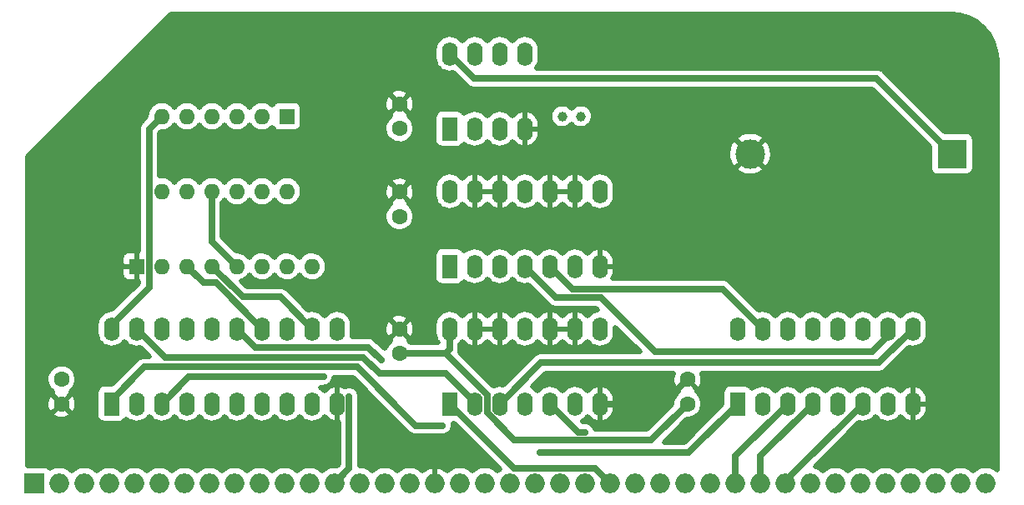
<source format=gtl>
G04 #@! TF.FileFunction,Copper,L1,Top,Signal*
%FSLAX46Y46*%
G04 Gerber Fmt 4.6, Leading zero omitted, Abs format (unit mm)*
G04 Created by KiCad (PCBNEW 4.0.7) date Sun Jan 21 13:03:22 2018*
%MOMM*%
%LPD*%
G01*
G04 APERTURE LIST*
%ADD10C,0.100000*%
%ADD11C,0.600000*%
%ADD12C,1.600000*%
%ADD13R,2.000000X2.000000*%
%ADD14O,2.000000X2.000000*%
%ADD15R,1.600000X1.600000*%
%ADD16O,1.600000X1.600000*%
%ADD17R,1.600000X2.400000*%
%ADD18O,1.600000X2.400000*%
%ADD19C,1.000000*%
%ADD20C,3.000000*%
%ADD21R,3.000000X3.000000*%
%ADD22C,0.635000*%
%ADD23C,0.507000*%
G04 APERTURE END LIST*
D10*
D11*
X127000000Y-130810000D03*
X127000000Y-140970000D03*
X140970000Y-142240000D03*
X140970000Y-119380000D03*
X63500000Y-132080000D03*
X93980000Y-142240000D03*
X93980000Y-132080000D03*
X81280000Y-119380000D03*
X123190000Y-154940000D03*
X154940000Y-119380000D03*
X154940000Y-142240000D03*
X154940000Y-153670000D03*
X93980000Y-119380000D03*
X63500000Y-158750000D03*
D12*
X64770000Y-152440000D03*
X64770000Y-154940000D03*
D13*
X62000000Y-163000000D03*
D14*
X64540000Y-163000000D03*
X67080000Y-163000000D03*
X69620000Y-163000000D03*
X72160000Y-163000000D03*
X74700000Y-163000000D03*
X77240000Y-163000000D03*
X79780000Y-163000000D03*
X82320000Y-163000000D03*
X84860000Y-163000000D03*
X87400000Y-163000000D03*
X89940000Y-163000000D03*
X92480000Y-163000000D03*
X95020000Y-163000000D03*
X97560000Y-163000000D03*
X100100000Y-163000000D03*
X102640000Y-163000000D03*
X105180000Y-163000000D03*
X107720000Y-163000000D03*
X110260000Y-163000000D03*
X112800000Y-163000000D03*
X115340000Y-163000000D03*
X117880000Y-163000000D03*
X120420000Y-163000000D03*
X122960000Y-163000000D03*
X125500000Y-163000000D03*
X128040000Y-163000000D03*
X130580000Y-163000000D03*
X133120000Y-163000000D03*
X135660000Y-163000000D03*
X138200000Y-163000000D03*
X140740000Y-163000000D03*
X143280000Y-163000000D03*
X145820000Y-163000000D03*
X148360000Y-163000000D03*
X150900000Y-163000000D03*
X153440000Y-163000000D03*
X155980000Y-163000000D03*
X158520000Y-163000000D03*
D15*
X87630000Y-125730000D03*
D16*
X74930000Y-133350000D03*
X85090000Y-125730000D03*
X77470000Y-133350000D03*
X82550000Y-125730000D03*
X80010000Y-133350000D03*
X80010000Y-125730000D03*
X82550000Y-133350000D03*
X77470000Y-125730000D03*
X85090000Y-133350000D03*
X74930000Y-125730000D03*
X87630000Y-133350000D03*
D12*
X99060000Y-126960000D03*
X99060000Y-124460000D03*
X99060000Y-149820000D03*
X99060000Y-147320000D03*
D15*
X72390000Y-140970000D03*
D16*
X74930000Y-140970000D03*
X77470000Y-140970000D03*
X80010000Y-140970000D03*
X82550000Y-140970000D03*
X85090000Y-140970000D03*
X87630000Y-140970000D03*
X90170000Y-140970000D03*
D17*
X69850000Y-154940000D03*
D18*
X92710000Y-147320000D03*
X72390000Y-154940000D03*
X90170000Y-147320000D03*
X74930000Y-154940000D03*
X87630000Y-147320000D03*
X77470000Y-154940000D03*
X85090000Y-147320000D03*
X80010000Y-154940000D03*
X82550000Y-147320000D03*
X82550000Y-154940000D03*
X80010000Y-147320000D03*
X85090000Y-154940000D03*
X77470000Y-147320000D03*
X87630000Y-154940000D03*
X74930000Y-147320000D03*
X90170000Y-154940000D03*
X72390000Y-147320000D03*
X92710000Y-154940000D03*
X69850000Y-147320000D03*
D12*
X99060000Y-135890000D03*
X99060000Y-133390000D03*
X128270000Y-154940000D03*
X128270000Y-152440000D03*
D19*
X115570000Y-125730000D03*
X117470000Y-125730000D03*
D17*
X104140000Y-140970000D03*
D18*
X119380000Y-133350000D03*
X106680000Y-140970000D03*
X116840000Y-133350000D03*
X109220000Y-140970000D03*
X114300000Y-133350000D03*
X111760000Y-140970000D03*
X111760000Y-133350000D03*
X114300000Y-140970000D03*
X109220000Y-133350000D03*
X116840000Y-140970000D03*
X106680000Y-133350000D03*
X119380000Y-140970000D03*
X104140000Y-133350000D03*
D17*
X133350000Y-154940000D03*
D18*
X151130000Y-147320000D03*
X135890000Y-154940000D03*
X148590000Y-147320000D03*
X138430000Y-154940000D03*
X146050000Y-147320000D03*
X140970000Y-154940000D03*
X143510000Y-147320000D03*
X143510000Y-154940000D03*
X140970000Y-147320000D03*
X146050000Y-154940000D03*
X138430000Y-147320000D03*
X148590000Y-154940000D03*
X135890000Y-147320000D03*
X151130000Y-154940000D03*
X133350000Y-147320000D03*
D17*
X104140000Y-127000000D03*
D18*
X111760000Y-119380000D03*
X106680000Y-127000000D03*
X109220000Y-119380000D03*
X109220000Y-127000000D03*
X106680000Y-119380000D03*
X111760000Y-127000000D03*
X104140000Y-119380000D03*
D17*
X104140000Y-154940000D03*
D18*
X119380000Y-147320000D03*
X106680000Y-154940000D03*
X116840000Y-147320000D03*
X109220000Y-154940000D03*
X114300000Y-147320000D03*
X111760000Y-154940000D03*
X111760000Y-147320000D03*
X114300000Y-154940000D03*
X109220000Y-147320000D03*
X116840000Y-154940000D03*
X106680000Y-147320000D03*
X119380000Y-154940000D03*
X104140000Y-147320000D03*
D20*
X134620000Y-129540000D03*
D21*
X155110000Y-129540000D03*
D11*
X73660000Y-160020000D03*
X67310000Y-144780000D03*
X96520000Y-158750000D03*
X113335500Y-159924500D03*
X93956300Y-154177700D03*
X103408400Y-157141500D03*
X117868500Y-157818800D03*
X97221100Y-150523900D03*
X91341200Y-152174700D03*
D22*
X73660000Y-127000000D02*
X73660000Y-143110000D01*
X73660000Y-143110000D02*
X69850000Y-146920000D01*
X69850000Y-146920000D02*
X69850000Y-147320000D01*
X74930000Y-125730000D02*
X73660000Y-127000000D01*
X99100000Y-127000000D02*
X99060000Y-126960000D01*
X99060000Y-149820000D02*
X103735200Y-149820000D01*
X124604300Y-158605700D02*
X128270000Y-154940000D01*
X110688000Y-158605700D02*
X124604300Y-158605700D01*
X107950000Y-155867700D02*
X110688000Y-158605700D01*
X107950000Y-154034800D02*
X107950000Y-155867700D01*
X103735200Y-149820000D02*
X107950000Y-154034800D01*
X104140000Y-149415200D02*
X103735200Y-149820000D01*
X104140000Y-147320000D02*
X104140000Y-149415200D01*
X111760000Y-127000000D02*
X111760000Y-127400000D01*
X92710000Y-155340000D02*
X92710000Y-154940000D01*
X125770000Y-154940000D02*
X128270000Y-152440000D01*
X119380000Y-154940000D02*
X125770000Y-154940000D01*
X133120000Y-160250000D02*
X133120000Y-163000000D01*
X138430000Y-154940000D02*
X133120000Y-160250000D01*
X135660000Y-160250000D02*
X135660000Y-163000000D01*
X140970000Y-154940000D02*
X135660000Y-160250000D01*
X138200000Y-162790000D02*
X138200000Y-163000000D01*
X146050000Y-154940000D02*
X138200000Y-162790000D01*
X128365500Y-159924500D02*
X113335500Y-159924500D01*
X133350000Y-154940000D02*
X128365500Y-159924500D01*
X93956300Y-161523700D02*
X93956300Y-154177700D01*
X92480000Y-163000000D02*
X93956300Y-161523700D01*
X103408400Y-157141500D02*
X100726200Y-157141500D01*
X100726200Y-157141500D02*
X94783298Y-151198598D01*
X69850000Y-154540000D02*
X69850000Y-154940000D01*
X94783298Y-151198598D02*
X73191402Y-151198598D01*
X73191402Y-151198598D02*
X69850000Y-154540000D01*
X117178800Y-157818800D02*
X117868500Y-157818800D01*
X114300000Y-154940000D02*
X117178800Y-157818800D01*
X118892600Y-161472600D02*
X120420000Y-163000000D01*
X110672600Y-161472600D02*
X118892600Y-161472600D01*
X104140000Y-154940000D02*
X110672600Y-161472600D01*
X82550000Y-147320000D02*
X84410278Y-149180278D01*
X84410278Y-149180278D02*
X95877478Y-149180278D01*
X95877478Y-149180278D02*
X97221100Y-150523900D01*
X83129400Y-144089400D02*
X80010000Y-140970000D01*
X86939400Y-144089400D02*
X83129400Y-144089400D01*
X90170000Y-147320000D02*
X86939400Y-144089400D01*
X80010000Y-138430000D02*
X80010000Y-133350000D01*
X82550000Y-140970000D02*
X80010000Y-138430000D01*
X77695300Y-152174700D02*
X91341200Y-152174700D01*
X74930000Y-154940000D02*
X77695300Y-152174700D01*
X79149900Y-142649900D02*
X77470000Y-140970000D01*
X80419900Y-142649900D02*
X79149900Y-142649900D01*
X85090000Y-147320000D02*
X80419900Y-142649900D01*
X106654900Y-121894900D02*
X104140000Y-119380000D01*
X147464900Y-121894900D02*
X106654900Y-121894900D01*
X155110000Y-129540000D02*
X147464900Y-121894900D01*
X72390000Y-147320000D02*
X75280910Y-150210910D01*
X75280910Y-150210910D02*
X95371164Y-150210910D01*
X95371164Y-150210910D02*
X97045940Y-151885686D01*
X97045940Y-151885686D02*
X103728586Y-151885686D01*
X103728586Y-151885686D02*
X106680000Y-154837100D01*
X106680000Y-154837100D02*
X106680000Y-154940000D01*
X151130000Y-147320000D02*
X147710728Y-150739272D01*
X147710728Y-150739272D02*
X113420728Y-150739272D01*
X113420728Y-150739272D02*
X109220000Y-154940000D01*
X148590000Y-147320000D02*
X148590000Y-148069238D01*
X148590000Y-148069238D02*
X147000024Y-149659214D01*
X147000024Y-149659214D02*
X124976236Y-149659214D01*
X124976236Y-149659214D02*
X119462022Y-144145000D01*
X119462022Y-144145000D02*
X114935000Y-144145000D01*
X114935000Y-144145000D02*
X111760000Y-140970000D01*
X116598300Y-143268300D02*
X114300000Y-140970000D01*
X131838300Y-143268300D02*
X116598300Y-143268300D01*
X135890000Y-147320000D02*
X131838300Y-143268300D01*
D23*
G36*
X155905033Y-115429251D02*
X156775593Y-115692089D01*
X157578522Y-116119013D01*
X158283237Y-116693765D01*
X158862892Y-117394447D01*
X159295411Y-118194375D01*
X159564319Y-119063076D01*
X159663500Y-120006721D01*
X159663500Y-161662235D01*
X159505018Y-161531127D01*
X159202609Y-161367615D01*
X158874199Y-161265955D01*
X158532297Y-161230020D01*
X158189928Y-161261178D01*
X157860130Y-161358243D01*
X157555467Y-161517517D01*
X157287543Y-161732933D01*
X157251149Y-161776306D01*
X157229909Y-161750264D01*
X156965018Y-161531127D01*
X156662609Y-161367615D01*
X156334199Y-161265955D01*
X155992297Y-161230020D01*
X155649928Y-161261178D01*
X155320130Y-161358243D01*
X155015467Y-161517517D01*
X154747543Y-161732933D01*
X154711149Y-161776306D01*
X154689909Y-161750264D01*
X154425018Y-161531127D01*
X154122609Y-161367615D01*
X153794199Y-161265955D01*
X153452297Y-161230020D01*
X153109928Y-161261178D01*
X152780130Y-161358243D01*
X152475467Y-161517517D01*
X152207543Y-161732933D01*
X152171149Y-161776306D01*
X152149909Y-161750264D01*
X151885018Y-161531127D01*
X151582609Y-161367615D01*
X151254199Y-161265955D01*
X150912297Y-161230020D01*
X150569928Y-161261178D01*
X150240130Y-161358243D01*
X149935467Y-161517517D01*
X149667543Y-161732933D01*
X149631149Y-161776306D01*
X149609909Y-161750264D01*
X149345018Y-161531127D01*
X149042609Y-161367615D01*
X148714199Y-161265955D01*
X148372297Y-161230020D01*
X148029928Y-161261178D01*
X147700130Y-161358243D01*
X147395467Y-161517517D01*
X147127543Y-161732933D01*
X147091149Y-161776306D01*
X147069909Y-161750264D01*
X146805018Y-161531127D01*
X146502609Y-161367615D01*
X146174199Y-161265955D01*
X145832297Y-161230020D01*
X145489928Y-161261178D01*
X145160130Y-161358243D01*
X144855467Y-161517517D01*
X144587543Y-161732933D01*
X144551149Y-161776306D01*
X144529909Y-161750264D01*
X144265018Y-161531127D01*
X143962609Y-161367615D01*
X143634199Y-161265955D01*
X143292297Y-161230020D01*
X142949928Y-161261178D01*
X142620130Y-161358243D01*
X142315467Y-161517517D01*
X142047543Y-161732933D01*
X142011149Y-161776306D01*
X141989909Y-161750264D01*
X141725018Y-161531127D01*
X141422609Y-161367615D01*
X141213157Y-161302779D01*
X145660283Y-156855654D01*
X145736017Y-156879098D01*
X146039099Y-156910953D01*
X146342596Y-156883333D01*
X146634948Y-156797289D01*
X146905020Y-156656098D01*
X147142524Y-156465140D01*
X147321031Y-156252404D01*
X147482005Y-156449777D01*
X147716820Y-156644033D01*
X147984894Y-156788980D01*
X148276017Y-156879098D01*
X148579099Y-156910953D01*
X148882596Y-156883333D01*
X149174948Y-156797289D01*
X149445020Y-156656098D01*
X149682524Y-156465140D01*
X149864782Y-156247934D01*
X150026206Y-156444501D01*
X150262893Y-156638618D01*
X150532902Y-156782830D01*
X150825857Y-156871594D01*
X150885234Y-156882197D01*
X151129500Y-156711125D01*
X151129500Y-154940500D01*
X151130500Y-154940500D01*
X151130500Y-156711125D01*
X151374766Y-156882197D01*
X151434143Y-156871594D01*
X151727098Y-156782830D01*
X151997107Y-156638618D01*
X152233794Y-156444501D01*
X152428062Y-156207939D01*
X152572447Y-155938022D01*
X152661399Y-155645124D01*
X152691500Y-155340500D01*
X152691500Y-154940500D01*
X151130500Y-154940500D01*
X151129500Y-154940500D01*
X151109500Y-154940500D01*
X151109500Y-154939500D01*
X151129500Y-154939500D01*
X151129500Y-153168875D01*
X151130500Y-153168875D01*
X151130500Y-154939500D01*
X152691500Y-154939500D01*
X152691500Y-154539500D01*
X152661399Y-154234876D01*
X152572447Y-153941978D01*
X152428062Y-153672061D01*
X152233794Y-153435499D01*
X151997107Y-153241382D01*
X151727098Y-153097170D01*
X151434143Y-153008406D01*
X151374766Y-152997803D01*
X151130500Y-153168875D01*
X151129500Y-153168875D01*
X150885234Y-152997803D01*
X150825857Y-153008406D01*
X150532902Y-153097170D01*
X150262893Y-153241382D01*
X150026206Y-153435499D01*
X149863695Y-153633390D01*
X149697995Y-153430223D01*
X149463180Y-153235967D01*
X149195106Y-153091020D01*
X148903983Y-153000902D01*
X148600901Y-152969047D01*
X148297404Y-152996667D01*
X148005052Y-153082711D01*
X147734980Y-153223902D01*
X147497476Y-153414860D01*
X147318969Y-153627596D01*
X147157995Y-153430223D01*
X146923180Y-153235967D01*
X146655106Y-153091020D01*
X146363983Y-153000902D01*
X146060901Y-152969047D01*
X145757404Y-152996667D01*
X145465052Y-153082711D01*
X145194980Y-153223902D01*
X144957476Y-153414860D01*
X144778969Y-153627596D01*
X144617995Y-153430223D01*
X144383180Y-153235967D01*
X144115106Y-153091020D01*
X143823983Y-153000902D01*
X143520901Y-152969047D01*
X143217404Y-152996667D01*
X142925052Y-153082711D01*
X142654980Y-153223902D01*
X142417476Y-153414860D01*
X142238969Y-153627596D01*
X142077995Y-153430223D01*
X141843180Y-153235967D01*
X141575106Y-153091020D01*
X141283983Y-153000902D01*
X140980901Y-152969047D01*
X140677404Y-152996667D01*
X140385052Y-153082711D01*
X140114980Y-153223902D01*
X139877476Y-153414860D01*
X139698969Y-153627596D01*
X139537995Y-153430223D01*
X139303180Y-153235967D01*
X139035106Y-153091020D01*
X138743983Y-153000902D01*
X138440901Y-152969047D01*
X138137404Y-152996667D01*
X137845052Y-153082711D01*
X137574980Y-153223902D01*
X137337476Y-153414860D01*
X137158969Y-153627596D01*
X136997995Y-153430223D01*
X136763180Y-153235967D01*
X136495106Y-153091020D01*
X136203983Y-153000902D01*
X135900901Y-152969047D01*
X135597404Y-152996667D01*
X135305052Y-153082711D01*
X135034980Y-153223902D01*
X134827239Y-153390930D01*
X134723344Y-153233262D01*
X134559471Y-153093594D01*
X134363175Y-153005110D01*
X134150000Y-152974816D01*
X132550000Y-152974816D01*
X132428734Y-152984486D01*
X132223054Y-153048182D01*
X132043262Y-153166656D01*
X131903594Y-153330529D01*
X131815110Y-153526825D01*
X131784816Y-153740000D01*
X131784816Y-154979247D01*
X127918564Y-158845500D01*
X125890436Y-158845500D01*
X128234765Y-156501171D01*
X128390376Y-156504431D01*
X128691950Y-156451255D01*
X128977452Y-156340516D01*
X129236007Y-156176432D01*
X129457767Y-155965253D01*
X129634285Y-155715022D01*
X129758839Y-155435271D01*
X129826683Y-155136655D01*
X129831567Y-154786887D01*
X129772087Y-154486493D01*
X129655393Y-154203373D01*
X129485931Y-153948311D01*
X129270153Y-153731022D01*
X129196885Y-153681602D01*
X129244520Y-153415228D01*
X128270000Y-152440707D01*
X127295480Y-153415228D01*
X127342913Y-153680473D01*
X127286824Y-153717176D01*
X127068034Y-153931431D01*
X126895027Y-154184102D01*
X126774391Y-154465565D01*
X126710723Y-154765099D01*
X126707774Y-154976290D01*
X124157364Y-157526700D01*
X118901924Y-157526700D01*
X118868931Y-157414599D01*
X118771369Y-157227979D01*
X118639416Y-157063863D01*
X118478099Y-156928503D01*
X118293563Y-156827053D01*
X118092837Y-156763379D01*
X117883565Y-156739905D01*
X117868500Y-156739800D01*
X117625736Y-156739800D01*
X117594556Y-156708620D01*
X117695020Y-156656098D01*
X117932524Y-156465140D01*
X118114782Y-156247934D01*
X118276206Y-156444501D01*
X118512893Y-156638618D01*
X118782902Y-156782830D01*
X119075857Y-156871594D01*
X119135234Y-156882197D01*
X119379500Y-156711125D01*
X119379500Y-154940500D01*
X119380500Y-154940500D01*
X119380500Y-156711125D01*
X119624766Y-156882197D01*
X119684143Y-156871594D01*
X119977098Y-156782830D01*
X120247107Y-156638618D01*
X120483794Y-156444501D01*
X120678062Y-156207939D01*
X120822447Y-155938022D01*
X120911399Y-155645124D01*
X120941500Y-155340500D01*
X120941500Y-154940500D01*
X119380500Y-154940500D01*
X119379500Y-154940500D01*
X119359500Y-154940500D01*
X119359500Y-154939500D01*
X119379500Y-154939500D01*
X119379500Y-153168875D01*
X119380500Y-153168875D01*
X119380500Y-154939500D01*
X120941500Y-154939500D01*
X120941500Y-154539500D01*
X120911399Y-154234876D01*
X120822447Y-153941978D01*
X120678062Y-153672061D01*
X120483794Y-153435499D01*
X120247107Y-153241382D01*
X119977098Y-153097170D01*
X119684143Y-153008406D01*
X119624766Y-152997803D01*
X119380500Y-153168875D01*
X119379500Y-153168875D01*
X119135234Y-152997803D01*
X119075857Y-153008406D01*
X118782902Y-153097170D01*
X118512893Y-153241382D01*
X118276206Y-153435499D01*
X118113695Y-153633390D01*
X117947995Y-153430223D01*
X117713180Y-153235967D01*
X117445106Y-153091020D01*
X117153983Y-153000902D01*
X116850901Y-152969047D01*
X116547404Y-152996667D01*
X116255052Y-153082711D01*
X115984980Y-153223902D01*
X115747476Y-153414860D01*
X115568969Y-153627596D01*
X115407995Y-153430223D01*
X115173180Y-153235967D01*
X114905106Y-153091020D01*
X114613983Y-153000902D01*
X114310901Y-152969047D01*
X114007404Y-152996667D01*
X113715052Y-153082711D01*
X113444980Y-153223902D01*
X113207476Y-153414860D01*
X113028969Y-153627596D01*
X112867995Y-153430223D01*
X112633180Y-153235967D01*
X112514266Y-153171671D01*
X113867665Y-151818272D01*
X126832837Y-151818272D01*
X126744181Y-152074198D01*
X126702134Y-152378900D01*
X126720340Y-152685949D01*
X126798099Y-152983547D01*
X126932421Y-153260257D01*
X127000314Y-153361863D01*
X127294772Y-153414520D01*
X128269293Y-152440000D01*
X128255150Y-152425858D01*
X128255858Y-152425150D01*
X128270000Y-152439293D01*
X128284142Y-152425150D01*
X128284850Y-152425858D01*
X128270707Y-152440000D01*
X129245228Y-153414520D01*
X129539686Y-153361863D01*
X129695136Y-153096446D01*
X129795819Y-152805802D01*
X129837866Y-152501100D01*
X129819660Y-152194051D01*
X129741901Y-151896453D01*
X129703950Y-151818272D01*
X147710728Y-151818272D01*
X147809946Y-151808544D01*
X147909211Y-151799859D01*
X147914656Y-151798277D01*
X147920307Y-151797723D01*
X148015760Y-151768904D01*
X148111434Y-151741108D01*
X148116471Y-151738497D01*
X148121903Y-151736857D01*
X148209889Y-151690074D01*
X148298393Y-151644198D01*
X148302829Y-151640657D01*
X148307837Y-151637994D01*
X148385049Y-151575021D01*
X148462969Y-151512819D01*
X148470865Y-151505032D01*
X148471028Y-151504899D01*
X148471153Y-151504748D01*
X148473696Y-151502240D01*
X150740282Y-149235654D01*
X150816017Y-149259098D01*
X151119099Y-149290953D01*
X151422596Y-149263333D01*
X151714948Y-149177289D01*
X151985020Y-149036098D01*
X152222524Y-148845140D01*
X152418415Y-148611687D01*
X152565230Y-148344631D01*
X152657377Y-148054145D01*
X152691348Y-147751293D01*
X152691500Y-147729491D01*
X152691500Y-146910509D01*
X152661761Y-146607212D01*
X152573679Y-146315468D01*
X152430607Y-146046388D01*
X152237995Y-145810223D01*
X152003180Y-145615967D01*
X151735106Y-145471020D01*
X151443983Y-145380902D01*
X151140901Y-145349047D01*
X150837404Y-145376667D01*
X150545052Y-145462711D01*
X150274980Y-145603902D01*
X150037476Y-145794860D01*
X149858969Y-146007596D01*
X149697995Y-145810223D01*
X149463180Y-145615967D01*
X149195106Y-145471020D01*
X148903983Y-145380902D01*
X148600901Y-145349047D01*
X148297404Y-145376667D01*
X148005052Y-145462711D01*
X147734980Y-145603902D01*
X147497476Y-145794860D01*
X147318969Y-146007596D01*
X147157995Y-145810223D01*
X146923180Y-145615967D01*
X146655106Y-145471020D01*
X146363983Y-145380902D01*
X146060901Y-145349047D01*
X145757404Y-145376667D01*
X145465052Y-145462711D01*
X145194980Y-145603902D01*
X144957476Y-145794860D01*
X144778969Y-146007596D01*
X144617995Y-145810223D01*
X144383180Y-145615967D01*
X144115106Y-145471020D01*
X143823983Y-145380902D01*
X143520901Y-145349047D01*
X143217404Y-145376667D01*
X142925052Y-145462711D01*
X142654980Y-145603902D01*
X142417476Y-145794860D01*
X142238969Y-146007596D01*
X142077995Y-145810223D01*
X141843180Y-145615967D01*
X141575106Y-145471020D01*
X141283983Y-145380902D01*
X140980901Y-145349047D01*
X140677404Y-145376667D01*
X140385052Y-145462711D01*
X140114980Y-145603902D01*
X139877476Y-145794860D01*
X139698969Y-146007596D01*
X139537995Y-145810223D01*
X139303180Y-145615967D01*
X139035106Y-145471020D01*
X138743983Y-145380902D01*
X138440901Y-145349047D01*
X138137404Y-145376667D01*
X137845052Y-145462711D01*
X137574980Y-145603902D01*
X137337476Y-145794860D01*
X137158969Y-146007596D01*
X136997995Y-145810223D01*
X136763180Y-145615967D01*
X136495106Y-145471020D01*
X136203983Y-145380902D01*
X135900901Y-145349047D01*
X135597404Y-145376667D01*
X135500982Y-145405046D01*
X132601268Y-142505332D01*
X132524224Y-142442047D01*
X132447899Y-142378003D01*
X132442933Y-142375273D01*
X132438543Y-142371667D01*
X132350648Y-142324539D01*
X132263363Y-142276553D01*
X132257955Y-142274837D01*
X132252954Y-142272156D01*
X132157644Y-142243017D01*
X132062637Y-142212879D01*
X132056997Y-142212246D01*
X132051573Y-142210588D01*
X131952453Y-142200520D01*
X131853365Y-142189405D01*
X131842271Y-142189328D01*
X131842067Y-142189307D01*
X131841877Y-142189325D01*
X131838300Y-142189300D01*
X120704080Y-142189300D01*
X120822447Y-141968022D01*
X120911399Y-141675124D01*
X120941500Y-141370500D01*
X120941500Y-140970500D01*
X119380500Y-140970500D01*
X119380500Y-140990500D01*
X119379500Y-140990500D01*
X119379500Y-140970500D01*
X119359500Y-140970500D01*
X119359500Y-140969500D01*
X119379500Y-140969500D01*
X119379500Y-139198875D01*
X119380500Y-139198875D01*
X119380500Y-140969500D01*
X120941500Y-140969500D01*
X120941500Y-140569500D01*
X120911399Y-140264876D01*
X120822447Y-139971978D01*
X120678062Y-139702061D01*
X120483794Y-139465499D01*
X120247107Y-139271382D01*
X119977098Y-139127170D01*
X119684143Y-139038406D01*
X119624766Y-139027803D01*
X119380500Y-139198875D01*
X119379500Y-139198875D01*
X119135234Y-139027803D01*
X119075857Y-139038406D01*
X118782902Y-139127170D01*
X118512893Y-139271382D01*
X118276206Y-139465499D01*
X118113695Y-139663390D01*
X117947995Y-139460223D01*
X117713180Y-139265967D01*
X117445106Y-139121020D01*
X117153983Y-139030902D01*
X116850901Y-138999047D01*
X116547404Y-139026667D01*
X116255052Y-139112711D01*
X115984980Y-139253902D01*
X115747476Y-139444860D01*
X115568969Y-139657596D01*
X115407995Y-139460223D01*
X115173180Y-139265967D01*
X114905106Y-139121020D01*
X114613983Y-139030902D01*
X114310901Y-138999047D01*
X114007404Y-139026667D01*
X113715052Y-139112711D01*
X113444980Y-139253902D01*
X113207476Y-139444860D01*
X113028969Y-139657596D01*
X112867995Y-139460223D01*
X112633180Y-139265967D01*
X112365106Y-139121020D01*
X112073983Y-139030902D01*
X111770901Y-138999047D01*
X111467404Y-139026667D01*
X111175052Y-139112711D01*
X110904980Y-139253902D01*
X110667476Y-139444860D01*
X110488969Y-139657596D01*
X110327995Y-139460223D01*
X110093180Y-139265967D01*
X109825106Y-139121020D01*
X109533983Y-139030902D01*
X109230901Y-138999047D01*
X108927404Y-139026667D01*
X108635052Y-139112711D01*
X108364980Y-139253902D01*
X108127476Y-139444860D01*
X107948969Y-139657596D01*
X107787995Y-139460223D01*
X107553180Y-139265967D01*
X107285106Y-139121020D01*
X106993983Y-139030902D01*
X106690901Y-138999047D01*
X106387404Y-139026667D01*
X106095052Y-139112711D01*
X105824980Y-139253902D01*
X105617239Y-139420930D01*
X105513344Y-139263262D01*
X105349471Y-139123594D01*
X105153175Y-139035110D01*
X104940000Y-139004816D01*
X103340000Y-139004816D01*
X103218734Y-139014486D01*
X103013054Y-139078182D01*
X102833262Y-139196656D01*
X102693594Y-139360529D01*
X102605110Y-139556825D01*
X102574816Y-139770000D01*
X102574816Y-142170000D01*
X102584486Y-142291266D01*
X102648182Y-142496946D01*
X102766656Y-142676738D01*
X102930529Y-142816406D01*
X103126825Y-142904890D01*
X103340000Y-142935184D01*
X104940000Y-142935184D01*
X105061266Y-142925514D01*
X105266946Y-142861818D01*
X105446738Y-142743344D01*
X105586406Y-142579471D01*
X105615227Y-142515533D01*
X105806820Y-142674033D01*
X106074894Y-142818980D01*
X106366017Y-142909098D01*
X106669099Y-142940953D01*
X106972596Y-142913333D01*
X107264948Y-142827289D01*
X107535020Y-142686098D01*
X107772524Y-142495140D01*
X107951031Y-142282404D01*
X108112005Y-142479777D01*
X108346820Y-142674033D01*
X108614894Y-142818980D01*
X108906017Y-142909098D01*
X109209099Y-142940953D01*
X109512596Y-142913333D01*
X109804948Y-142827289D01*
X110075020Y-142686098D01*
X110312524Y-142495140D01*
X110491031Y-142282404D01*
X110652005Y-142479777D01*
X110886820Y-142674033D01*
X111154894Y-142818980D01*
X111446017Y-142909098D01*
X111749099Y-142940953D01*
X112052596Y-142913333D01*
X112149018Y-142884954D01*
X114172032Y-144907968D01*
X114249076Y-144971253D01*
X114325401Y-145035297D01*
X114330367Y-145038027D01*
X114334757Y-145041633D01*
X114422670Y-145088772D01*
X114509937Y-145136747D01*
X114515343Y-145138462D01*
X114520345Y-145141144D01*
X114615670Y-145170288D01*
X114710663Y-145200421D01*
X114716303Y-145201054D01*
X114721727Y-145202712D01*
X114820847Y-145212780D01*
X114919935Y-145223895D01*
X114931029Y-145223972D01*
X114931233Y-145223993D01*
X114931423Y-145223975D01*
X114935000Y-145224000D01*
X119015086Y-145224000D01*
X119161051Y-145369965D01*
X119087404Y-145376667D01*
X118795052Y-145462711D01*
X118524980Y-145603902D01*
X118287476Y-145794860D01*
X118105218Y-146012066D01*
X117943794Y-145815499D01*
X117707107Y-145621382D01*
X117437098Y-145477170D01*
X117144143Y-145388406D01*
X117084766Y-145377803D01*
X116840500Y-145548875D01*
X116840500Y-147319500D01*
X116860500Y-147319500D01*
X116860500Y-147320500D01*
X116840500Y-147320500D01*
X116840500Y-149091125D01*
X117084766Y-149262197D01*
X117144143Y-149251594D01*
X117437098Y-149162830D01*
X117707107Y-149018618D01*
X117943794Y-148824501D01*
X118106305Y-148626610D01*
X118272005Y-148829777D01*
X118506820Y-149024033D01*
X118774894Y-149168980D01*
X119066017Y-149259098D01*
X119369099Y-149290953D01*
X119672596Y-149263333D01*
X119964948Y-149177289D01*
X120235020Y-149036098D01*
X120472524Y-148845140D01*
X120668415Y-148611687D01*
X120815230Y-148344631D01*
X120907377Y-148054145D01*
X120941348Y-147751293D01*
X120941500Y-147729491D01*
X120941500Y-147150414D01*
X123451358Y-149660272D01*
X113420728Y-149660272D01*
X113321510Y-149670000D01*
X113222245Y-149678685D01*
X113216800Y-149680267D01*
X113211149Y-149680821D01*
X113115696Y-149709640D01*
X113020022Y-149737436D01*
X113014985Y-149740047D01*
X113009553Y-149741687D01*
X112921567Y-149788470D01*
X112833063Y-149834346D01*
X112828627Y-149837887D01*
X112823619Y-149840550D01*
X112746407Y-149903523D01*
X112668487Y-149965725D01*
X112660587Y-149973516D01*
X112660428Y-149973645D01*
X112660306Y-149973792D01*
X112657760Y-149976303D01*
X109609718Y-153024346D01*
X109533983Y-153000902D01*
X109230901Y-152969047D01*
X108927404Y-152996667D01*
X108635052Y-153082711D01*
X108562025Y-153120889D01*
X105167787Y-149726651D01*
X105195421Y-149639537D01*
X105196054Y-149633896D01*
X105197712Y-149628472D01*
X105207785Y-149529314D01*
X105218895Y-149430265D01*
X105218972Y-149419181D01*
X105218994Y-149418967D01*
X105218975Y-149418767D01*
X105219000Y-149415200D01*
X105219000Y-148856014D01*
X105232524Y-148845140D01*
X105414782Y-148627934D01*
X105576206Y-148824501D01*
X105812893Y-149018618D01*
X106082902Y-149162830D01*
X106375857Y-149251594D01*
X106435234Y-149262197D01*
X106679500Y-149091125D01*
X106679500Y-147320500D01*
X106680500Y-147320500D01*
X106680500Y-149091125D01*
X106924766Y-149262197D01*
X106984143Y-149251594D01*
X107277098Y-149162830D01*
X107547107Y-149018618D01*
X107783794Y-148824501D01*
X107950000Y-148622110D01*
X108116206Y-148824501D01*
X108352893Y-149018618D01*
X108622902Y-149162830D01*
X108915857Y-149251594D01*
X108975234Y-149262197D01*
X109219500Y-149091125D01*
X109219500Y-147320500D01*
X106680500Y-147320500D01*
X106679500Y-147320500D01*
X106659500Y-147320500D01*
X106659500Y-147319500D01*
X106679500Y-147319500D01*
X106679500Y-145548875D01*
X106680500Y-145548875D01*
X106680500Y-147319500D01*
X109219500Y-147319500D01*
X109219500Y-145548875D01*
X109220500Y-145548875D01*
X109220500Y-147319500D01*
X109240500Y-147319500D01*
X109240500Y-147320500D01*
X109220500Y-147320500D01*
X109220500Y-149091125D01*
X109464766Y-149262197D01*
X109524143Y-149251594D01*
X109817098Y-149162830D01*
X110087107Y-149018618D01*
X110323794Y-148824501D01*
X110486305Y-148626610D01*
X110652005Y-148829777D01*
X110886820Y-149024033D01*
X111154894Y-149168980D01*
X111446017Y-149259098D01*
X111749099Y-149290953D01*
X112052596Y-149263333D01*
X112344948Y-149177289D01*
X112615020Y-149036098D01*
X112852524Y-148845140D01*
X113034782Y-148627934D01*
X113196206Y-148824501D01*
X113432893Y-149018618D01*
X113702902Y-149162830D01*
X113995857Y-149251594D01*
X114055234Y-149262197D01*
X114299500Y-149091125D01*
X114299500Y-147320500D01*
X114300500Y-147320500D01*
X114300500Y-149091125D01*
X114544766Y-149262197D01*
X114604143Y-149251594D01*
X114897098Y-149162830D01*
X115167107Y-149018618D01*
X115403794Y-148824501D01*
X115570000Y-148622110D01*
X115736206Y-148824501D01*
X115972893Y-149018618D01*
X116242902Y-149162830D01*
X116535857Y-149251594D01*
X116595234Y-149262197D01*
X116839500Y-149091125D01*
X116839500Y-147320500D01*
X114300500Y-147320500D01*
X114299500Y-147320500D01*
X114279500Y-147320500D01*
X114279500Y-147319500D01*
X114299500Y-147319500D01*
X114299500Y-145548875D01*
X114300500Y-145548875D01*
X114300500Y-147319500D01*
X116839500Y-147319500D01*
X116839500Y-145548875D01*
X116595234Y-145377803D01*
X116535857Y-145388406D01*
X116242902Y-145477170D01*
X115972893Y-145621382D01*
X115736206Y-145815499D01*
X115570000Y-146017890D01*
X115403794Y-145815499D01*
X115167107Y-145621382D01*
X114897098Y-145477170D01*
X114604143Y-145388406D01*
X114544766Y-145377803D01*
X114300500Y-145548875D01*
X114299500Y-145548875D01*
X114055234Y-145377803D01*
X113995857Y-145388406D01*
X113702902Y-145477170D01*
X113432893Y-145621382D01*
X113196206Y-145815499D01*
X113033695Y-146013390D01*
X112867995Y-145810223D01*
X112633180Y-145615967D01*
X112365106Y-145471020D01*
X112073983Y-145380902D01*
X111770901Y-145349047D01*
X111467404Y-145376667D01*
X111175052Y-145462711D01*
X110904980Y-145603902D01*
X110667476Y-145794860D01*
X110485218Y-146012066D01*
X110323794Y-145815499D01*
X110087107Y-145621382D01*
X109817098Y-145477170D01*
X109524143Y-145388406D01*
X109464766Y-145377803D01*
X109220500Y-145548875D01*
X109219500Y-145548875D01*
X108975234Y-145377803D01*
X108915857Y-145388406D01*
X108622902Y-145477170D01*
X108352893Y-145621382D01*
X108116206Y-145815499D01*
X107950000Y-146017890D01*
X107783794Y-145815499D01*
X107547107Y-145621382D01*
X107277098Y-145477170D01*
X106984143Y-145388406D01*
X106924766Y-145377803D01*
X106680500Y-145548875D01*
X106679500Y-145548875D01*
X106435234Y-145377803D01*
X106375857Y-145388406D01*
X106082902Y-145477170D01*
X105812893Y-145621382D01*
X105576206Y-145815499D01*
X105413695Y-146013390D01*
X105247995Y-145810223D01*
X105013180Y-145615967D01*
X104745106Y-145471020D01*
X104453983Y-145380902D01*
X104150901Y-145349047D01*
X103847404Y-145376667D01*
X103555052Y-145462711D01*
X103284980Y-145603902D01*
X103047476Y-145794860D01*
X102851585Y-146028313D01*
X102704770Y-146295369D01*
X102612623Y-146585855D01*
X102578652Y-146888707D01*
X102578500Y-146910509D01*
X102578500Y-147729491D01*
X102608239Y-148032788D01*
X102696321Y-148324532D01*
X102839393Y-148593612D01*
X102959600Y-148741000D01*
X100189227Y-148741000D01*
X100060153Y-148611022D01*
X99986885Y-148561602D01*
X100034520Y-148295228D01*
X99060000Y-147320707D01*
X98085480Y-148295228D01*
X98132913Y-148560473D01*
X98076824Y-148597176D01*
X97858034Y-148811431D01*
X97685027Y-149064102D01*
X97565684Y-149342548D01*
X96640446Y-148417310D01*
X96563402Y-148354025D01*
X96487077Y-148289981D01*
X96482111Y-148287251D01*
X96477721Y-148283645D01*
X96389826Y-148236517D01*
X96302541Y-148188531D01*
X96297133Y-148186815D01*
X96292132Y-148184134D01*
X96196822Y-148154995D01*
X96101815Y-148124857D01*
X96096175Y-148124224D01*
X96090751Y-148122566D01*
X95991631Y-148112498D01*
X95892543Y-148101383D01*
X95881449Y-148101306D01*
X95881245Y-148101285D01*
X95881055Y-148101303D01*
X95877478Y-148101278D01*
X94222426Y-148101278D01*
X94237377Y-148054145D01*
X94271348Y-147751293D01*
X94271500Y-147729491D01*
X94271500Y-147258900D01*
X97492134Y-147258900D01*
X97510340Y-147565949D01*
X97588099Y-147863547D01*
X97722421Y-148140257D01*
X97790314Y-148241863D01*
X98084772Y-148294520D01*
X99059293Y-147320000D01*
X99060707Y-147320000D01*
X100035228Y-148294520D01*
X100329686Y-148241863D01*
X100485136Y-147976446D01*
X100585819Y-147685802D01*
X100627866Y-147381100D01*
X100609660Y-147074051D01*
X100531901Y-146776453D01*
X100397579Y-146499743D01*
X100329686Y-146398137D01*
X100035228Y-146345480D01*
X99060707Y-147320000D01*
X99059293Y-147320000D01*
X98084772Y-146345480D01*
X97790314Y-146398137D01*
X97634864Y-146663554D01*
X97534181Y-146954198D01*
X97492134Y-147258900D01*
X94271500Y-147258900D01*
X94271500Y-146910509D01*
X94241761Y-146607212D01*
X94162527Y-146344772D01*
X98085480Y-146344772D01*
X99060000Y-147319293D01*
X100034520Y-146344772D01*
X99981863Y-146050314D01*
X99716446Y-145894864D01*
X99425802Y-145794181D01*
X99121100Y-145752134D01*
X98814051Y-145770340D01*
X98516453Y-145848099D01*
X98239743Y-145982421D01*
X98138137Y-146050314D01*
X98085480Y-146344772D01*
X94162527Y-146344772D01*
X94153679Y-146315468D01*
X94010607Y-146046388D01*
X93817995Y-145810223D01*
X93583180Y-145615967D01*
X93315106Y-145471020D01*
X93023983Y-145380902D01*
X92720901Y-145349047D01*
X92417404Y-145376667D01*
X92125052Y-145462711D01*
X91854980Y-145603902D01*
X91617476Y-145794860D01*
X91438969Y-146007596D01*
X91277995Y-145810223D01*
X91043180Y-145615967D01*
X90775106Y-145471020D01*
X90483983Y-145380902D01*
X90180901Y-145349047D01*
X89877404Y-145376667D01*
X89780982Y-145405046D01*
X87702368Y-143326432D01*
X87625324Y-143263147D01*
X87548999Y-143199103D01*
X87544033Y-143196373D01*
X87539643Y-143192767D01*
X87451748Y-143145639D01*
X87364463Y-143097653D01*
X87359055Y-143095937D01*
X87354054Y-143093256D01*
X87258744Y-143064117D01*
X87163737Y-143033979D01*
X87158097Y-143033346D01*
X87152673Y-143031688D01*
X87053553Y-143021620D01*
X86954465Y-143010505D01*
X86943371Y-143010428D01*
X86943167Y-143010407D01*
X86942977Y-143010425D01*
X86939400Y-143010400D01*
X83576336Y-143010400D01*
X83019729Y-142453793D01*
X83152596Y-142413679D01*
X83421676Y-142270607D01*
X83657841Y-142077995D01*
X83820829Y-141880977D01*
X83966796Y-142062524D01*
X84200249Y-142258415D01*
X84467305Y-142405230D01*
X84757791Y-142497377D01*
X85060643Y-142531348D01*
X85082445Y-142531500D01*
X85097555Y-142531500D01*
X85400852Y-142501761D01*
X85692596Y-142413679D01*
X85961676Y-142270607D01*
X86197841Y-142077995D01*
X86360829Y-141880977D01*
X86506796Y-142062524D01*
X86740249Y-142258415D01*
X87007305Y-142405230D01*
X87297791Y-142497377D01*
X87600643Y-142531348D01*
X87622445Y-142531500D01*
X87637555Y-142531500D01*
X87940852Y-142501761D01*
X88232596Y-142413679D01*
X88501676Y-142270607D01*
X88737841Y-142077995D01*
X88900829Y-141880977D01*
X89046796Y-142062524D01*
X89280249Y-142258415D01*
X89547305Y-142405230D01*
X89837791Y-142497377D01*
X90140643Y-142531348D01*
X90162445Y-142531500D01*
X90177555Y-142531500D01*
X90480852Y-142501761D01*
X90772596Y-142413679D01*
X91041676Y-142270607D01*
X91277841Y-142077995D01*
X91472097Y-141843180D01*
X91617044Y-141575106D01*
X91707162Y-141283983D01*
X91739017Y-140980901D01*
X91711397Y-140677404D01*
X91625353Y-140385052D01*
X91484162Y-140114980D01*
X91293204Y-139877476D01*
X91059751Y-139681585D01*
X90792695Y-139534770D01*
X90502209Y-139442623D01*
X90199357Y-139408652D01*
X90177555Y-139408500D01*
X90162445Y-139408500D01*
X89859148Y-139438239D01*
X89567404Y-139526321D01*
X89298324Y-139669393D01*
X89062159Y-139862005D01*
X88899171Y-140059023D01*
X88753204Y-139877476D01*
X88519751Y-139681585D01*
X88252695Y-139534770D01*
X87962209Y-139442623D01*
X87659357Y-139408652D01*
X87637555Y-139408500D01*
X87622445Y-139408500D01*
X87319148Y-139438239D01*
X87027404Y-139526321D01*
X86758324Y-139669393D01*
X86522159Y-139862005D01*
X86359171Y-140059023D01*
X86213204Y-139877476D01*
X85979751Y-139681585D01*
X85712695Y-139534770D01*
X85422209Y-139442623D01*
X85119357Y-139408652D01*
X85097555Y-139408500D01*
X85082445Y-139408500D01*
X84779148Y-139438239D01*
X84487404Y-139526321D01*
X84218324Y-139669393D01*
X83982159Y-139862005D01*
X83819171Y-140059023D01*
X83673204Y-139877476D01*
X83439751Y-139681585D01*
X83172695Y-139534770D01*
X82882209Y-139442623D01*
X82579357Y-139408652D01*
X82557555Y-139408500D01*
X82542445Y-139408500D01*
X82516938Y-139411001D01*
X81089000Y-137983064D01*
X81089000Y-136021295D01*
X97496448Y-136021295D01*
X97551728Y-136322490D01*
X97664457Y-136607212D01*
X97830342Y-136864615D01*
X98043064Y-137084895D01*
X98294521Y-137259663D01*
X98575135Y-137382260D01*
X98874218Y-137448017D01*
X99180376Y-137454431D01*
X99481950Y-137401255D01*
X99767452Y-137290516D01*
X100026007Y-137126432D01*
X100247767Y-136915253D01*
X100424285Y-136665022D01*
X100548839Y-136385271D01*
X100616683Y-136086655D01*
X100621567Y-135736887D01*
X100562087Y-135436493D01*
X100445393Y-135153373D01*
X100275931Y-134898311D01*
X100060153Y-134681022D01*
X99986885Y-134631602D01*
X100034520Y-134365228D01*
X99060000Y-133390707D01*
X98085480Y-134365228D01*
X98132913Y-134630473D01*
X98076824Y-134667176D01*
X97858034Y-134881431D01*
X97685027Y-135134102D01*
X97564391Y-135415565D01*
X97500723Y-135715099D01*
X97496448Y-136021295D01*
X81089000Y-136021295D01*
X81089000Y-134484078D01*
X81102524Y-134473204D01*
X81281031Y-134260468D01*
X81442005Y-134457841D01*
X81676820Y-134652097D01*
X81944894Y-134797044D01*
X82236017Y-134887162D01*
X82539099Y-134919017D01*
X82842596Y-134891397D01*
X83134948Y-134805353D01*
X83405020Y-134664162D01*
X83642524Y-134473204D01*
X83821031Y-134260468D01*
X83982005Y-134457841D01*
X84216820Y-134652097D01*
X84484894Y-134797044D01*
X84776017Y-134887162D01*
X85079099Y-134919017D01*
X85382596Y-134891397D01*
X85674948Y-134805353D01*
X85945020Y-134664162D01*
X86182524Y-134473204D01*
X86361031Y-134260468D01*
X86522005Y-134457841D01*
X86756820Y-134652097D01*
X87024894Y-134797044D01*
X87316017Y-134887162D01*
X87619099Y-134919017D01*
X87922596Y-134891397D01*
X88214948Y-134805353D01*
X88485020Y-134664162D01*
X88722524Y-134473204D01*
X88918415Y-134239751D01*
X89065230Y-133972695D01*
X89157377Y-133682209D01*
X89191348Y-133379357D01*
X89191500Y-133357555D01*
X89191500Y-133342445D01*
X89190172Y-133328900D01*
X97492134Y-133328900D01*
X97510340Y-133635949D01*
X97588099Y-133933547D01*
X97722421Y-134210257D01*
X97790314Y-134311863D01*
X98084772Y-134364520D01*
X99059293Y-133390000D01*
X99060707Y-133390000D01*
X100035228Y-134364520D01*
X100329686Y-134311863D01*
X100485136Y-134046446D01*
X100585819Y-133755802D01*
X100627866Y-133451100D01*
X100609660Y-133144051D01*
X100556477Y-132940509D01*
X102578500Y-132940509D01*
X102578500Y-133759491D01*
X102608239Y-134062788D01*
X102696321Y-134354532D01*
X102839393Y-134623612D01*
X103032005Y-134859777D01*
X103266820Y-135054033D01*
X103534894Y-135198980D01*
X103826017Y-135289098D01*
X104129099Y-135320953D01*
X104432596Y-135293333D01*
X104724948Y-135207289D01*
X104995020Y-135066098D01*
X105232524Y-134875140D01*
X105414782Y-134657934D01*
X105576206Y-134854501D01*
X105812893Y-135048618D01*
X106082902Y-135192830D01*
X106375857Y-135281594D01*
X106435234Y-135292197D01*
X106679500Y-135121125D01*
X106679500Y-133350500D01*
X106680500Y-133350500D01*
X106680500Y-135121125D01*
X106924766Y-135292197D01*
X106984143Y-135281594D01*
X107277098Y-135192830D01*
X107547107Y-135048618D01*
X107783794Y-134854501D01*
X107950000Y-134652110D01*
X108116206Y-134854501D01*
X108352893Y-135048618D01*
X108622902Y-135192830D01*
X108915857Y-135281594D01*
X108975234Y-135292197D01*
X109219500Y-135121125D01*
X109219500Y-133350500D01*
X106680500Y-133350500D01*
X106679500Y-133350500D01*
X106659500Y-133350500D01*
X106659500Y-133349500D01*
X106679500Y-133349500D01*
X106679500Y-131578875D01*
X106680500Y-131578875D01*
X106680500Y-133349500D01*
X109219500Y-133349500D01*
X109219500Y-131578875D01*
X109220500Y-131578875D01*
X109220500Y-133349500D01*
X109240500Y-133349500D01*
X109240500Y-133350500D01*
X109220500Y-133350500D01*
X109220500Y-135121125D01*
X109464766Y-135292197D01*
X109524143Y-135281594D01*
X109817098Y-135192830D01*
X110087107Y-135048618D01*
X110323794Y-134854501D01*
X110486305Y-134656610D01*
X110652005Y-134859777D01*
X110886820Y-135054033D01*
X111154894Y-135198980D01*
X111446017Y-135289098D01*
X111749099Y-135320953D01*
X112052596Y-135293333D01*
X112344948Y-135207289D01*
X112615020Y-135066098D01*
X112852524Y-134875140D01*
X113034782Y-134657934D01*
X113196206Y-134854501D01*
X113432893Y-135048618D01*
X113702902Y-135192830D01*
X113995857Y-135281594D01*
X114055234Y-135292197D01*
X114299500Y-135121125D01*
X114299500Y-133350500D01*
X114300500Y-133350500D01*
X114300500Y-135121125D01*
X114544766Y-135292197D01*
X114604143Y-135281594D01*
X114897098Y-135192830D01*
X115167107Y-135048618D01*
X115403794Y-134854501D01*
X115570000Y-134652110D01*
X115736206Y-134854501D01*
X115972893Y-135048618D01*
X116242902Y-135192830D01*
X116535857Y-135281594D01*
X116595234Y-135292197D01*
X116839500Y-135121125D01*
X116839500Y-133350500D01*
X114300500Y-133350500D01*
X114299500Y-133350500D01*
X114279500Y-133350500D01*
X114279500Y-133349500D01*
X114299500Y-133349500D01*
X114299500Y-131578875D01*
X114300500Y-131578875D01*
X114300500Y-133349500D01*
X116839500Y-133349500D01*
X116839500Y-131578875D01*
X116840500Y-131578875D01*
X116840500Y-133349500D01*
X116860500Y-133349500D01*
X116860500Y-133350500D01*
X116840500Y-133350500D01*
X116840500Y-135121125D01*
X117084766Y-135292197D01*
X117144143Y-135281594D01*
X117437098Y-135192830D01*
X117707107Y-135048618D01*
X117943794Y-134854501D01*
X118106305Y-134656610D01*
X118272005Y-134859777D01*
X118506820Y-135054033D01*
X118774894Y-135198980D01*
X119066017Y-135289098D01*
X119369099Y-135320953D01*
X119672596Y-135293333D01*
X119964948Y-135207289D01*
X120235020Y-135066098D01*
X120472524Y-134875140D01*
X120668415Y-134641687D01*
X120815230Y-134374631D01*
X120907377Y-134084145D01*
X120941348Y-133781293D01*
X120941500Y-133759491D01*
X120941500Y-132940509D01*
X120911761Y-132637212D01*
X120823679Y-132345468D01*
X120680607Y-132076388D01*
X120487995Y-131840223D01*
X120253180Y-131645967D01*
X119985106Y-131501020D01*
X119693983Y-131410902D01*
X119390901Y-131379047D01*
X119087404Y-131406667D01*
X118795052Y-131492711D01*
X118524980Y-131633902D01*
X118287476Y-131824860D01*
X118105218Y-132042066D01*
X117943794Y-131845499D01*
X117707107Y-131651382D01*
X117437098Y-131507170D01*
X117144143Y-131418406D01*
X117084766Y-131407803D01*
X116840500Y-131578875D01*
X116839500Y-131578875D01*
X116595234Y-131407803D01*
X116535857Y-131418406D01*
X116242902Y-131507170D01*
X115972893Y-131651382D01*
X115736206Y-131845499D01*
X115570000Y-132047890D01*
X115403794Y-131845499D01*
X115167107Y-131651382D01*
X114897098Y-131507170D01*
X114604143Y-131418406D01*
X114544766Y-131407803D01*
X114300500Y-131578875D01*
X114299500Y-131578875D01*
X114055234Y-131407803D01*
X113995857Y-131418406D01*
X113702902Y-131507170D01*
X113432893Y-131651382D01*
X113196206Y-131845499D01*
X113033695Y-132043390D01*
X112867995Y-131840223D01*
X112633180Y-131645967D01*
X112365106Y-131501020D01*
X112073983Y-131410902D01*
X111770901Y-131379047D01*
X111467404Y-131406667D01*
X111175052Y-131492711D01*
X110904980Y-131633902D01*
X110667476Y-131824860D01*
X110485218Y-132042066D01*
X110323794Y-131845499D01*
X110087107Y-131651382D01*
X109817098Y-131507170D01*
X109524143Y-131418406D01*
X109464766Y-131407803D01*
X109220500Y-131578875D01*
X109219500Y-131578875D01*
X108975234Y-131407803D01*
X108915857Y-131418406D01*
X108622902Y-131507170D01*
X108352893Y-131651382D01*
X108116206Y-131845499D01*
X107950000Y-132047890D01*
X107783794Y-131845499D01*
X107547107Y-131651382D01*
X107277098Y-131507170D01*
X106984143Y-131418406D01*
X106924766Y-131407803D01*
X106680500Y-131578875D01*
X106679500Y-131578875D01*
X106435234Y-131407803D01*
X106375857Y-131418406D01*
X106082902Y-131507170D01*
X105812893Y-131651382D01*
X105576206Y-131845499D01*
X105413695Y-132043390D01*
X105247995Y-131840223D01*
X105013180Y-131645967D01*
X104745106Y-131501020D01*
X104453983Y-131410902D01*
X104150901Y-131379047D01*
X103847404Y-131406667D01*
X103555052Y-131492711D01*
X103284980Y-131633902D01*
X103047476Y-131824860D01*
X102851585Y-132058313D01*
X102704770Y-132325369D01*
X102612623Y-132615855D01*
X102578652Y-132918707D01*
X102578500Y-132940509D01*
X100556477Y-132940509D01*
X100531901Y-132846453D01*
X100397579Y-132569743D01*
X100329686Y-132468137D01*
X100035228Y-132415480D01*
X99060707Y-133390000D01*
X99059293Y-133390000D01*
X98084772Y-132415480D01*
X97790314Y-132468137D01*
X97634864Y-132733554D01*
X97534181Y-133024198D01*
X97492134Y-133328900D01*
X89190172Y-133328900D01*
X89161761Y-133039148D01*
X89073679Y-132747404D01*
X88930607Y-132478324D01*
X88878776Y-132414772D01*
X98085480Y-132414772D01*
X99060000Y-133389293D01*
X100034520Y-132414772D01*
X99981863Y-132120314D01*
X99716446Y-131964864D01*
X99425802Y-131864181D01*
X99121100Y-131822134D01*
X98814051Y-131840340D01*
X98516453Y-131918099D01*
X98239743Y-132052421D01*
X98138137Y-132120314D01*
X98085480Y-132414772D01*
X88878776Y-132414772D01*
X88737995Y-132242159D01*
X88503180Y-132047903D01*
X88235106Y-131902956D01*
X87943983Y-131812838D01*
X87640901Y-131780983D01*
X87337404Y-131808603D01*
X87045052Y-131894647D01*
X86774980Y-132035838D01*
X86537476Y-132226796D01*
X86358969Y-132439532D01*
X86197995Y-132242159D01*
X85963180Y-132047903D01*
X85695106Y-131902956D01*
X85403983Y-131812838D01*
X85100901Y-131780983D01*
X84797404Y-131808603D01*
X84505052Y-131894647D01*
X84234980Y-132035838D01*
X83997476Y-132226796D01*
X83818969Y-132439532D01*
X83657995Y-132242159D01*
X83423180Y-132047903D01*
X83155106Y-131902956D01*
X82863983Y-131812838D01*
X82560901Y-131780983D01*
X82257404Y-131808603D01*
X81965052Y-131894647D01*
X81694980Y-132035838D01*
X81457476Y-132226796D01*
X81278969Y-132439532D01*
X81117995Y-132242159D01*
X80883180Y-132047903D01*
X80615106Y-131902956D01*
X80323983Y-131812838D01*
X80020901Y-131780983D01*
X79717404Y-131808603D01*
X79425052Y-131894647D01*
X79154980Y-132035838D01*
X78917476Y-132226796D01*
X78738969Y-132439532D01*
X78577995Y-132242159D01*
X78343180Y-132047903D01*
X78075106Y-131902956D01*
X77783983Y-131812838D01*
X77480901Y-131780983D01*
X77177404Y-131808603D01*
X76885052Y-131894647D01*
X76614980Y-132035838D01*
X76377476Y-132226796D01*
X76198969Y-132439532D01*
X76037995Y-132242159D01*
X75803180Y-132047903D01*
X75535106Y-131902956D01*
X75243983Y-131812838D01*
X74940901Y-131780983D01*
X74739000Y-131799357D01*
X74739000Y-131012597D01*
X133148110Y-131012597D01*
X133284697Y-131378738D01*
X133669074Y-131603912D01*
X134089995Y-131749771D01*
X134531284Y-131810709D01*
X134975982Y-131784387D01*
X135406999Y-131671813D01*
X135807773Y-131477315D01*
X135955303Y-131378738D01*
X136091890Y-131012597D01*
X134620000Y-129540707D01*
X133148110Y-131012597D01*
X74739000Y-131012597D01*
X74739000Y-129451284D01*
X132349291Y-129451284D01*
X132375613Y-129895982D01*
X132488187Y-130326999D01*
X132682685Y-130727773D01*
X132781262Y-130875303D01*
X133147403Y-131011890D01*
X134619293Y-129540000D01*
X134620707Y-129540000D01*
X136092597Y-131011890D01*
X136458738Y-130875303D01*
X136683912Y-130490926D01*
X136829771Y-130070005D01*
X136890709Y-129628716D01*
X136864387Y-129184018D01*
X136751813Y-128753001D01*
X136557315Y-128352227D01*
X136458738Y-128204697D01*
X136092597Y-128068110D01*
X134620707Y-129540000D01*
X134619293Y-129540000D01*
X133147403Y-128068110D01*
X132781262Y-128204697D01*
X132556088Y-128589074D01*
X132410229Y-129009995D01*
X132349291Y-129451284D01*
X74739000Y-129451284D01*
X74739000Y-127446936D01*
X74889980Y-127295956D01*
X74919099Y-127299017D01*
X75222596Y-127271397D01*
X75514948Y-127185353D01*
X75785020Y-127044162D01*
X76022524Y-126853204D01*
X76201031Y-126640468D01*
X76362005Y-126837841D01*
X76596820Y-127032097D01*
X76864894Y-127177044D01*
X77156017Y-127267162D01*
X77459099Y-127299017D01*
X77762596Y-127271397D01*
X78054948Y-127185353D01*
X78325020Y-127044162D01*
X78562524Y-126853204D01*
X78741031Y-126640468D01*
X78902005Y-126837841D01*
X79136820Y-127032097D01*
X79404894Y-127177044D01*
X79696017Y-127267162D01*
X79999099Y-127299017D01*
X80302596Y-127271397D01*
X80594948Y-127185353D01*
X80865020Y-127044162D01*
X81102524Y-126853204D01*
X81281031Y-126640468D01*
X81442005Y-126837841D01*
X81676820Y-127032097D01*
X81944894Y-127177044D01*
X82236017Y-127267162D01*
X82539099Y-127299017D01*
X82842596Y-127271397D01*
X83134948Y-127185353D01*
X83405020Y-127044162D01*
X83642524Y-126853204D01*
X83821031Y-126640468D01*
X83982005Y-126837841D01*
X84216820Y-127032097D01*
X84484894Y-127177044D01*
X84776017Y-127267162D01*
X85079099Y-127299017D01*
X85382596Y-127271397D01*
X85674948Y-127185353D01*
X85945020Y-127044162D01*
X86151927Y-126877805D01*
X86256656Y-127036738D01*
X86420529Y-127176406D01*
X86616825Y-127264890D01*
X86830000Y-127295184D01*
X88430000Y-127295184D01*
X88551266Y-127285514D01*
X88756946Y-127221818D01*
X88936738Y-127103344D01*
X88947007Y-127091295D01*
X97496448Y-127091295D01*
X97551728Y-127392490D01*
X97664457Y-127677212D01*
X97830342Y-127934615D01*
X98043064Y-128154895D01*
X98294521Y-128329663D01*
X98575135Y-128452260D01*
X98874218Y-128518017D01*
X99180376Y-128524431D01*
X99481950Y-128471255D01*
X99767452Y-128360516D01*
X100026007Y-128196432D01*
X100247767Y-127985253D01*
X100424285Y-127735022D01*
X100548839Y-127455271D01*
X100616683Y-127156655D01*
X100621567Y-126806887D01*
X100562087Y-126506493D01*
X100445393Y-126223373D01*
X100275931Y-125968311D01*
X100108791Y-125800000D01*
X102574816Y-125800000D01*
X102574816Y-128200000D01*
X102584486Y-128321266D01*
X102648182Y-128526946D01*
X102766656Y-128706738D01*
X102930529Y-128846406D01*
X103126825Y-128934890D01*
X103340000Y-128965184D01*
X104940000Y-128965184D01*
X105061266Y-128955514D01*
X105266946Y-128891818D01*
X105446738Y-128773344D01*
X105586406Y-128609471D01*
X105615227Y-128545533D01*
X105806820Y-128704033D01*
X106074894Y-128848980D01*
X106366017Y-128939098D01*
X106669099Y-128970953D01*
X106972596Y-128943333D01*
X107264948Y-128857289D01*
X107535020Y-128716098D01*
X107772524Y-128525140D01*
X107951031Y-128312404D01*
X108112005Y-128509777D01*
X108346820Y-128704033D01*
X108614894Y-128848980D01*
X108906017Y-128939098D01*
X109209099Y-128970953D01*
X109512596Y-128943333D01*
X109804948Y-128857289D01*
X110075020Y-128716098D01*
X110312524Y-128525140D01*
X110494782Y-128307934D01*
X110656206Y-128504501D01*
X110892893Y-128698618D01*
X111162902Y-128842830D01*
X111455857Y-128931594D01*
X111515234Y-128942197D01*
X111759500Y-128771125D01*
X111759500Y-127000500D01*
X111760500Y-127000500D01*
X111760500Y-128771125D01*
X112004766Y-128942197D01*
X112064143Y-128931594D01*
X112357098Y-128842830D01*
X112627107Y-128698618D01*
X112863794Y-128504501D01*
X113058062Y-128267939D01*
X113165333Y-128067403D01*
X133148110Y-128067403D01*
X134620000Y-129539293D01*
X136091890Y-128067403D01*
X135955303Y-127701262D01*
X135570926Y-127476088D01*
X135150005Y-127330229D01*
X134708716Y-127269291D01*
X134264018Y-127295613D01*
X133833001Y-127408187D01*
X133432227Y-127602685D01*
X133284697Y-127701262D01*
X133148110Y-128067403D01*
X113165333Y-128067403D01*
X113202447Y-127998022D01*
X113291399Y-127705124D01*
X113321500Y-127400500D01*
X113321500Y-127000500D01*
X111760500Y-127000500D01*
X111759500Y-127000500D01*
X111739500Y-127000500D01*
X111739500Y-126999500D01*
X111759500Y-126999500D01*
X111759500Y-125228875D01*
X111760500Y-125228875D01*
X111760500Y-126999500D01*
X113321500Y-126999500D01*
X113321500Y-126599500D01*
X113291399Y-126294876D01*
X113202447Y-126001978D01*
X113113699Y-125836070D01*
X114306842Y-125836070D01*
X114351501Y-126079399D01*
X114442572Y-126309419D01*
X114576587Y-126517369D01*
X114748441Y-126695329D01*
X114951587Y-126836520D01*
X115178289Y-126935563D01*
X115419911Y-126988687D01*
X115667249Y-126993868D01*
X115910884Y-126950909D01*
X116141534Y-126861445D01*
X116350415Y-126728886D01*
X116522549Y-126564965D01*
X116648441Y-126695329D01*
X116851587Y-126836520D01*
X117078289Y-126935563D01*
X117319911Y-126988687D01*
X117567249Y-126993868D01*
X117810884Y-126950909D01*
X118041534Y-126861445D01*
X118250415Y-126728886D01*
X118429570Y-126558279D01*
X118572175Y-126356123D01*
X118672799Y-126130118D01*
X118727609Y-125888873D01*
X118731554Y-125606304D01*
X118683502Y-125363622D01*
X118589228Y-125134896D01*
X118452323Y-124928837D01*
X118278001Y-124753294D01*
X118072903Y-124614954D01*
X117844841Y-124519085D01*
X117602501Y-124469340D01*
X117355114Y-124467613D01*
X117112103Y-124513970D01*
X116882724Y-124606645D01*
X116675715Y-124742108D01*
X116519148Y-124895430D01*
X116378001Y-124753294D01*
X116172903Y-124614954D01*
X115944841Y-124519085D01*
X115702501Y-124469340D01*
X115455114Y-124467613D01*
X115212103Y-124513970D01*
X114982724Y-124606645D01*
X114775715Y-124742108D01*
X114598959Y-124915200D01*
X114459190Y-125119327D01*
X114361732Y-125346715D01*
X114310296Y-125588702D01*
X114306842Y-125836070D01*
X113113699Y-125836070D01*
X113058062Y-125732061D01*
X112863794Y-125495499D01*
X112627107Y-125301382D01*
X112357098Y-125157170D01*
X112064143Y-125068406D01*
X112004766Y-125057803D01*
X111760500Y-125228875D01*
X111759500Y-125228875D01*
X111515234Y-125057803D01*
X111455857Y-125068406D01*
X111162902Y-125157170D01*
X110892893Y-125301382D01*
X110656206Y-125495499D01*
X110493695Y-125693390D01*
X110327995Y-125490223D01*
X110093180Y-125295967D01*
X109825106Y-125151020D01*
X109533983Y-125060902D01*
X109230901Y-125029047D01*
X108927404Y-125056667D01*
X108635052Y-125142711D01*
X108364980Y-125283902D01*
X108127476Y-125474860D01*
X107948969Y-125687596D01*
X107787995Y-125490223D01*
X107553180Y-125295967D01*
X107285106Y-125151020D01*
X106993983Y-125060902D01*
X106690901Y-125029047D01*
X106387404Y-125056667D01*
X106095052Y-125142711D01*
X105824980Y-125283902D01*
X105617239Y-125450930D01*
X105513344Y-125293262D01*
X105349471Y-125153594D01*
X105153175Y-125065110D01*
X104940000Y-125034816D01*
X103340000Y-125034816D01*
X103218734Y-125044486D01*
X103013054Y-125108182D01*
X102833262Y-125226656D01*
X102693594Y-125390529D01*
X102605110Y-125586825D01*
X102574816Y-125800000D01*
X100108791Y-125800000D01*
X100060153Y-125751022D01*
X99986885Y-125701602D01*
X100034520Y-125435228D01*
X99060000Y-124460707D01*
X98085480Y-125435228D01*
X98132913Y-125700473D01*
X98076824Y-125737176D01*
X97858034Y-125951431D01*
X97685027Y-126204102D01*
X97564391Y-126485565D01*
X97500723Y-126785099D01*
X97496448Y-127091295D01*
X88947007Y-127091295D01*
X89076406Y-126939471D01*
X89164890Y-126743175D01*
X89195184Y-126530000D01*
X89195184Y-124930000D01*
X89185514Y-124808734D01*
X89121818Y-124603054D01*
X89003344Y-124423262D01*
X88974760Y-124398900D01*
X97492134Y-124398900D01*
X97510340Y-124705949D01*
X97588099Y-125003547D01*
X97722421Y-125280257D01*
X97790314Y-125381863D01*
X98084772Y-125434520D01*
X99059293Y-124460000D01*
X99060707Y-124460000D01*
X100035228Y-125434520D01*
X100329686Y-125381863D01*
X100485136Y-125116446D01*
X100585819Y-124825802D01*
X100627866Y-124521100D01*
X100609660Y-124214051D01*
X100531901Y-123916453D01*
X100397579Y-123639743D01*
X100329686Y-123538137D01*
X100035228Y-123485480D01*
X99060707Y-124460000D01*
X99059293Y-124460000D01*
X98084772Y-123485480D01*
X97790314Y-123538137D01*
X97634864Y-123803554D01*
X97534181Y-124094198D01*
X97492134Y-124398900D01*
X88974760Y-124398900D01*
X88839471Y-124283594D01*
X88643175Y-124195110D01*
X88430000Y-124164816D01*
X86830000Y-124164816D01*
X86708734Y-124174486D01*
X86503054Y-124238182D01*
X86323262Y-124356656D01*
X86183594Y-124520529D01*
X86154137Y-124585877D01*
X85963180Y-124427903D01*
X85695106Y-124282956D01*
X85403983Y-124192838D01*
X85100901Y-124160983D01*
X84797404Y-124188603D01*
X84505052Y-124274647D01*
X84234980Y-124415838D01*
X83997476Y-124606796D01*
X83818969Y-124819532D01*
X83657995Y-124622159D01*
X83423180Y-124427903D01*
X83155106Y-124282956D01*
X82863983Y-124192838D01*
X82560901Y-124160983D01*
X82257404Y-124188603D01*
X81965052Y-124274647D01*
X81694980Y-124415838D01*
X81457476Y-124606796D01*
X81278969Y-124819532D01*
X81117995Y-124622159D01*
X80883180Y-124427903D01*
X80615106Y-124282956D01*
X80323983Y-124192838D01*
X80020901Y-124160983D01*
X79717404Y-124188603D01*
X79425052Y-124274647D01*
X79154980Y-124415838D01*
X78917476Y-124606796D01*
X78738969Y-124819532D01*
X78577995Y-124622159D01*
X78343180Y-124427903D01*
X78075106Y-124282956D01*
X77783983Y-124192838D01*
X77480901Y-124160983D01*
X77177404Y-124188603D01*
X76885052Y-124274647D01*
X76614980Y-124415838D01*
X76377476Y-124606796D01*
X76198969Y-124819532D01*
X76037995Y-124622159D01*
X75803180Y-124427903D01*
X75535106Y-124282956D01*
X75243983Y-124192838D01*
X74940901Y-124160983D01*
X74637404Y-124188603D01*
X74345052Y-124274647D01*
X74074980Y-124415838D01*
X73837476Y-124606796D01*
X73641585Y-124840249D01*
X73494770Y-125107305D01*
X73402623Y-125397791D01*
X73368652Y-125700643D01*
X73368500Y-125722445D01*
X73368500Y-125737555D01*
X73371001Y-125763063D01*
X72897032Y-126237032D01*
X72833747Y-126314076D01*
X72769703Y-126390401D01*
X72766973Y-126395367D01*
X72763367Y-126399757D01*
X72716239Y-126487652D01*
X72668253Y-126574937D01*
X72666537Y-126580345D01*
X72663856Y-126585346D01*
X72634717Y-126680656D01*
X72604579Y-126775663D01*
X72603946Y-126781303D01*
X72602288Y-126786727D01*
X72592220Y-126885847D01*
X72581105Y-126984935D01*
X72581028Y-126996029D01*
X72581007Y-126996233D01*
X72581025Y-126996423D01*
X72581000Y-127000000D01*
X72581000Y-139408500D01*
X72580875Y-139408500D01*
X72390500Y-139598875D01*
X72390500Y-140969500D01*
X72410500Y-140969500D01*
X72410500Y-140970500D01*
X72390500Y-140970500D01*
X72390500Y-142341125D01*
X72580875Y-142531500D01*
X72581000Y-142531500D01*
X72581000Y-142663064D01*
X69891772Y-145352292D01*
X69860901Y-145349047D01*
X69557404Y-145376667D01*
X69265052Y-145462711D01*
X68994980Y-145603902D01*
X68757476Y-145794860D01*
X68561585Y-146028313D01*
X68414770Y-146295369D01*
X68322623Y-146585855D01*
X68288652Y-146888707D01*
X68288500Y-146910509D01*
X68288500Y-147729491D01*
X68318239Y-148032788D01*
X68406321Y-148324532D01*
X68549393Y-148593612D01*
X68742005Y-148829777D01*
X68976820Y-149024033D01*
X69244894Y-149168980D01*
X69536017Y-149259098D01*
X69839099Y-149290953D01*
X70142596Y-149263333D01*
X70434948Y-149177289D01*
X70705020Y-149036098D01*
X70942524Y-148845140D01*
X71121031Y-148632404D01*
X71282005Y-148829777D01*
X71516820Y-149024033D01*
X71784894Y-149168980D01*
X72076017Y-149259098D01*
X72379099Y-149290953D01*
X72682596Y-149263333D01*
X72779018Y-149234954D01*
X73663662Y-150119598D01*
X73191402Y-150119598D01*
X73092184Y-150129326D01*
X72992919Y-150138011D01*
X72987474Y-150139593D01*
X72981823Y-150140147D01*
X72886370Y-150168966D01*
X72790696Y-150196762D01*
X72785659Y-150199373D01*
X72780227Y-150201013D01*
X72692241Y-150247796D01*
X72603737Y-150293672D01*
X72599301Y-150297213D01*
X72594293Y-150299876D01*
X72517081Y-150362849D01*
X72439161Y-150425051D01*
X72431265Y-150432838D01*
X72431102Y-150432971D01*
X72430977Y-150433122D01*
X72428434Y-150435630D01*
X69889248Y-152974816D01*
X69050000Y-152974816D01*
X68928734Y-152984486D01*
X68723054Y-153048182D01*
X68543262Y-153166656D01*
X68403594Y-153330529D01*
X68315110Y-153526825D01*
X68284816Y-153740000D01*
X68284816Y-156140000D01*
X68294486Y-156261266D01*
X68358182Y-156466946D01*
X68476656Y-156646738D01*
X68640529Y-156786406D01*
X68836825Y-156874890D01*
X69050000Y-156905184D01*
X70650000Y-156905184D01*
X70771266Y-156895514D01*
X70976946Y-156831818D01*
X71156738Y-156713344D01*
X71296406Y-156549471D01*
X71325227Y-156485533D01*
X71516820Y-156644033D01*
X71784894Y-156788980D01*
X72076017Y-156879098D01*
X72379099Y-156910953D01*
X72682596Y-156883333D01*
X72974948Y-156797289D01*
X73245020Y-156656098D01*
X73482524Y-156465140D01*
X73661031Y-156252404D01*
X73822005Y-156449777D01*
X74056820Y-156644033D01*
X74324894Y-156788980D01*
X74616017Y-156879098D01*
X74919099Y-156910953D01*
X75222596Y-156883333D01*
X75514948Y-156797289D01*
X75785020Y-156656098D01*
X76022524Y-156465140D01*
X76201031Y-156252404D01*
X76362005Y-156449777D01*
X76596820Y-156644033D01*
X76864894Y-156788980D01*
X77156017Y-156879098D01*
X77459099Y-156910953D01*
X77762596Y-156883333D01*
X78054948Y-156797289D01*
X78325020Y-156656098D01*
X78562524Y-156465140D01*
X78741031Y-156252404D01*
X78902005Y-156449777D01*
X79136820Y-156644033D01*
X79404894Y-156788980D01*
X79696017Y-156879098D01*
X79999099Y-156910953D01*
X80302596Y-156883333D01*
X80594948Y-156797289D01*
X80865020Y-156656098D01*
X81102524Y-156465140D01*
X81281031Y-156252404D01*
X81442005Y-156449777D01*
X81676820Y-156644033D01*
X81944894Y-156788980D01*
X82236017Y-156879098D01*
X82539099Y-156910953D01*
X82842596Y-156883333D01*
X83134948Y-156797289D01*
X83405020Y-156656098D01*
X83642524Y-156465140D01*
X83821031Y-156252404D01*
X83982005Y-156449777D01*
X84216820Y-156644033D01*
X84484894Y-156788980D01*
X84776017Y-156879098D01*
X85079099Y-156910953D01*
X85382596Y-156883333D01*
X85674948Y-156797289D01*
X85945020Y-156656098D01*
X86182524Y-156465140D01*
X86361031Y-156252404D01*
X86522005Y-156449777D01*
X86756820Y-156644033D01*
X87024894Y-156788980D01*
X87316017Y-156879098D01*
X87619099Y-156910953D01*
X87922596Y-156883333D01*
X88214948Y-156797289D01*
X88485020Y-156656098D01*
X88722524Y-156465140D01*
X88901031Y-156252404D01*
X89062005Y-156449777D01*
X89296820Y-156644033D01*
X89564894Y-156788980D01*
X89856017Y-156879098D01*
X90159099Y-156910953D01*
X90462596Y-156883333D01*
X90754948Y-156797289D01*
X91025020Y-156656098D01*
X91262524Y-156465140D01*
X91444782Y-156247934D01*
X91606206Y-156444501D01*
X91842893Y-156638618D01*
X92112902Y-156782830D01*
X92405857Y-156871594D01*
X92465234Y-156882197D01*
X92709500Y-156711125D01*
X92709500Y-154940500D01*
X92689500Y-154940500D01*
X92689500Y-154939500D01*
X92709500Y-154939500D01*
X92709500Y-153168875D01*
X92465234Y-152997803D01*
X92405857Y-153008406D01*
X92112902Y-153097170D01*
X91842893Y-153241382D01*
X91606206Y-153435499D01*
X91443695Y-153633390D01*
X91277995Y-153430223D01*
X91064615Y-153253700D01*
X91341200Y-153253700D01*
X91550779Y-153233151D01*
X91752375Y-153172285D01*
X91938309Y-153073422D01*
X92101500Y-152940327D01*
X92235732Y-152778069D01*
X92335890Y-152592829D01*
X92398162Y-152391663D01*
X92410151Y-152277598D01*
X94336362Y-152277598D01*
X99963232Y-157904468D01*
X100040276Y-157967753D01*
X100116601Y-158031797D01*
X100121567Y-158034527D01*
X100125957Y-158038133D01*
X100213852Y-158085261D01*
X100301137Y-158133247D01*
X100306545Y-158134963D01*
X100311546Y-158137644D01*
X100406885Y-158166792D01*
X100501863Y-158196921D01*
X100507499Y-158197553D01*
X100512928Y-158199213D01*
X100612132Y-158209290D01*
X100711135Y-158220395D01*
X100722220Y-158220472D01*
X100722434Y-158220494D01*
X100722633Y-158220475D01*
X100726200Y-158220500D01*
X103408400Y-158220500D01*
X103617979Y-158199951D01*
X103819575Y-158139085D01*
X104005509Y-158040222D01*
X104168700Y-157907127D01*
X104302932Y-157744869D01*
X104403090Y-157559629D01*
X104465362Y-157358463D01*
X104487374Y-157149033D01*
X104468288Y-156939316D01*
X104458242Y-156905184D01*
X104579248Y-156905184D01*
X109237881Y-161563818D01*
X109027543Y-161732933D01*
X108991149Y-161776306D01*
X108969909Y-161750264D01*
X108705018Y-161531127D01*
X108402609Y-161367615D01*
X108074199Y-161265955D01*
X107732297Y-161230020D01*
X107389928Y-161261178D01*
X107060130Y-161358243D01*
X106755467Y-161517517D01*
X106487543Y-161732933D01*
X106451149Y-161776306D01*
X106429909Y-161750264D01*
X106165018Y-161531127D01*
X105862609Y-161367615D01*
X105534199Y-161265955D01*
X105192297Y-161230020D01*
X104849928Y-161261178D01*
X104520130Y-161358243D01*
X104215467Y-161517517D01*
X103947543Y-161732933D01*
X103907272Y-161780926D01*
X103674979Y-161574623D01*
X103377015Y-161400097D01*
X103050728Y-161287054D01*
X102916053Y-161260265D01*
X102640500Y-161428875D01*
X102640500Y-162999500D01*
X102660500Y-162999500D01*
X102660500Y-163000500D01*
X102640500Y-163000500D01*
X102640500Y-163020500D01*
X102639500Y-163020500D01*
X102639500Y-163000500D01*
X102619500Y-163000500D01*
X102619500Y-162999500D01*
X102639500Y-162999500D01*
X102639500Y-161428875D01*
X102363947Y-161260265D01*
X102229272Y-161287054D01*
X101902985Y-161400097D01*
X101605021Y-161574623D01*
X101373997Y-161779799D01*
X101349909Y-161750264D01*
X101085018Y-161531127D01*
X100782609Y-161367615D01*
X100454199Y-161265955D01*
X100112297Y-161230020D01*
X99769928Y-161261178D01*
X99440130Y-161358243D01*
X99135467Y-161517517D01*
X98867543Y-161732933D01*
X98831149Y-161776306D01*
X98809909Y-161750264D01*
X98545018Y-161531127D01*
X98242609Y-161367615D01*
X97914199Y-161265955D01*
X97572297Y-161230020D01*
X97229928Y-161261178D01*
X96900130Y-161358243D01*
X96595467Y-161517517D01*
X96327543Y-161732933D01*
X96291149Y-161776306D01*
X96269909Y-161750264D01*
X96005018Y-161531127D01*
X95702609Y-161367615D01*
X95374199Y-161265955D01*
X95035300Y-161230336D01*
X95035300Y-154177700D01*
X95014751Y-153968121D01*
X94953885Y-153766525D01*
X94855022Y-153580591D01*
X94721927Y-153417400D01*
X94559669Y-153283168D01*
X94374429Y-153183010D01*
X94173263Y-153120738D01*
X93963833Y-153098726D01*
X93754116Y-153117812D01*
X93552099Y-153177269D01*
X93504075Y-153202375D01*
X93307098Y-153097170D01*
X93014143Y-153008406D01*
X92954766Y-152997803D01*
X92710500Y-153168875D01*
X92710500Y-154939500D01*
X92730500Y-154939500D01*
X92730500Y-154940500D01*
X92710500Y-154940500D01*
X92710500Y-156711125D01*
X92877300Y-156827944D01*
X92877300Y-161076763D01*
X92702003Y-161252061D01*
X92492297Y-161230020D01*
X92149928Y-161261178D01*
X91820130Y-161358243D01*
X91515467Y-161517517D01*
X91247543Y-161732933D01*
X91211149Y-161776306D01*
X91189909Y-161750264D01*
X90925018Y-161531127D01*
X90622609Y-161367615D01*
X90294199Y-161265955D01*
X89952297Y-161230020D01*
X89609928Y-161261178D01*
X89280130Y-161358243D01*
X88975467Y-161517517D01*
X88707543Y-161732933D01*
X88671149Y-161776306D01*
X88649909Y-161750264D01*
X88385018Y-161531127D01*
X88082609Y-161367615D01*
X87754199Y-161265955D01*
X87412297Y-161230020D01*
X87069928Y-161261178D01*
X86740130Y-161358243D01*
X86435467Y-161517517D01*
X86167543Y-161732933D01*
X86131149Y-161776306D01*
X86109909Y-161750264D01*
X85845018Y-161531127D01*
X85542609Y-161367615D01*
X85214199Y-161265955D01*
X84872297Y-161230020D01*
X84529928Y-161261178D01*
X84200130Y-161358243D01*
X83895467Y-161517517D01*
X83627543Y-161732933D01*
X83591149Y-161776306D01*
X83569909Y-161750264D01*
X83305018Y-161531127D01*
X83002609Y-161367615D01*
X82674199Y-161265955D01*
X82332297Y-161230020D01*
X81989928Y-161261178D01*
X81660130Y-161358243D01*
X81355467Y-161517517D01*
X81087543Y-161732933D01*
X81051149Y-161776306D01*
X81029909Y-161750264D01*
X80765018Y-161531127D01*
X80462609Y-161367615D01*
X80134199Y-161265955D01*
X79792297Y-161230020D01*
X79449928Y-161261178D01*
X79120130Y-161358243D01*
X78815467Y-161517517D01*
X78547543Y-161732933D01*
X78511149Y-161776306D01*
X78489909Y-161750264D01*
X78225018Y-161531127D01*
X77922609Y-161367615D01*
X77594199Y-161265955D01*
X77252297Y-161230020D01*
X76909928Y-161261178D01*
X76580130Y-161358243D01*
X76275467Y-161517517D01*
X76007543Y-161732933D01*
X75971149Y-161776306D01*
X75949909Y-161750264D01*
X75685018Y-161531127D01*
X75382609Y-161367615D01*
X75054199Y-161265955D01*
X74712297Y-161230020D01*
X74369928Y-161261178D01*
X74040130Y-161358243D01*
X73735467Y-161517517D01*
X73467543Y-161732933D01*
X73431149Y-161776306D01*
X73409909Y-161750264D01*
X73145018Y-161531127D01*
X72842609Y-161367615D01*
X72514199Y-161265955D01*
X72172297Y-161230020D01*
X71829928Y-161261178D01*
X71500130Y-161358243D01*
X71195467Y-161517517D01*
X70927543Y-161732933D01*
X70891149Y-161776306D01*
X70869909Y-161750264D01*
X70605018Y-161531127D01*
X70302609Y-161367615D01*
X69974199Y-161265955D01*
X69632297Y-161230020D01*
X69289928Y-161261178D01*
X68960130Y-161358243D01*
X68655467Y-161517517D01*
X68387543Y-161732933D01*
X68351149Y-161776306D01*
X68329909Y-161750264D01*
X68065018Y-161531127D01*
X67762609Y-161367615D01*
X67434199Y-161265955D01*
X67092297Y-161230020D01*
X66749928Y-161261178D01*
X66420130Y-161358243D01*
X66115467Y-161517517D01*
X65847543Y-161732933D01*
X65811149Y-161776306D01*
X65789909Y-161750264D01*
X65525018Y-161531127D01*
X65222609Y-161367615D01*
X64894199Y-161265955D01*
X64552297Y-161230020D01*
X64209928Y-161261178D01*
X63880130Y-161358243D01*
X63585776Y-161512128D01*
X63573344Y-161493262D01*
X63409471Y-161353594D01*
X63213175Y-161265110D01*
X63000000Y-161234816D01*
X61336500Y-161234816D01*
X61336500Y-155915228D01*
X63795480Y-155915228D01*
X63848137Y-156209686D01*
X64113554Y-156365136D01*
X64404198Y-156465819D01*
X64708900Y-156507866D01*
X65015949Y-156489660D01*
X65313547Y-156411901D01*
X65590257Y-156277579D01*
X65691863Y-156209686D01*
X65744520Y-155915228D01*
X64770000Y-154940707D01*
X63795480Y-155915228D01*
X61336500Y-155915228D01*
X61336500Y-154878900D01*
X63202134Y-154878900D01*
X63220340Y-155185949D01*
X63298099Y-155483547D01*
X63432421Y-155760257D01*
X63500314Y-155861863D01*
X63794772Y-155914520D01*
X64769293Y-154940000D01*
X64770707Y-154940000D01*
X65745228Y-155914520D01*
X66039686Y-155861863D01*
X66195136Y-155596446D01*
X66295819Y-155305802D01*
X66337866Y-155001100D01*
X66319660Y-154694051D01*
X66241901Y-154396453D01*
X66107579Y-154119743D01*
X66039686Y-154018137D01*
X65745228Y-153965480D01*
X64770707Y-154940000D01*
X64769293Y-154940000D01*
X63794772Y-153965480D01*
X63500314Y-154018137D01*
X63344864Y-154283554D01*
X63244181Y-154574198D01*
X63202134Y-154878900D01*
X61336500Y-154878900D01*
X61336500Y-152571295D01*
X63206448Y-152571295D01*
X63261728Y-152872490D01*
X63374457Y-153157212D01*
X63540342Y-153414615D01*
X63753064Y-153634895D01*
X63843260Y-153697583D01*
X63795480Y-153964772D01*
X64770000Y-154939293D01*
X65744520Y-153964772D01*
X65697345Y-153700968D01*
X65736007Y-153676432D01*
X65957767Y-153465253D01*
X66134285Y-153215022D01*
X66258839Y-152935271D01*
X66326683Y-152636655D01*
X66331567Y-152286887D01*
X66272087Y-151986493D01*
X66155393Y-151703373D01*
X65985931Y-151448311D01*
X65770153Y-151231022D01*
X65516281Y-151059783D01*
X65233982Y-150941116D01*
X64934011Y-150879540D01*
X64627792Y-150877403D01*
X64326991Y-150934784D01*
X64043063Y-151049498D01*
X63786824Y-151217176D01*
X63568034Y-151431431D01*
X63395027Y-151684102D01*
X63274391Y-151965565D01*
X63210723Y-152265099D01*
X63206448Y-152571295D01*
X61336500Y-152571295D01*
X61336500Y-141160875D01*
X70828500Y-141160875D01*
X70828500Y-141845001D01*
X70857764Y-141992122D01*
X70915168Y-142130706D01*
X70998504Y-142255428D01*
X71104572Y-142361496D01*
X71229295Y-142444833D01*
X71367879Y-142502236D01*
X71514999Y-142531500D01*
X72199125Y-142531500D01*
X72389500Y-142341125D01*
X72389500Y-140970500D01*
X71018875Y-140970500D01*
X70828500Y-141160875D01*
X61336500Y-141160875D01*
X61336500Y-140094999D01*
X70828500Y-140094999D01*
X70828500Y-140779125D01*
X71018875Y-140969500D01*
X72389500Y-140969500D01*
X72389500Y-139598875D01*
X72199125Y-139408500D01*
X71514999Y-139408500D01*
X71367879Y-139437764D01*
X71229295Y-139495167D01*
X71104572Y-139578504D01*
X70998504Y-139684572D01*
X70915168Y-139809294D01*
X70857764Y-139947878D01*
X70828500Y-140094999D01*
X61336500Y-140094999D01*
X61336500Y-129846490D01*
X67698218Y-123484772D01*
X98085480Y-123484772D01*
X99060000Y-124459293D01*
X100034520Y-123484772D01*
X99981863Y-123190314D01*
X99716446Y-123034864D01*
X99425802Y-122934181D01*
X99121100Y-122892134D01*
X98814051Y-122910340D01*
X98516453Y-122988099D01*
X98239743Y-123122421D01*
X98138137Y-123190314D01*
X98085480Y-123484772D01*
X67698218Y-123484772D01*
X72212481Y-118970509D01*
X102578500Y-118970509D01*
X102578500Y-119789491D01*
X102608239Y-120092788D01*
X102696321Y-120384532D01*
X102839393Y-120653612D01*
X103032005Y-120889777D01*
X103266820Y-121084033D01*
X103534894Y-121228980D01*
X103826017Y-121319098D01*
X104129099Y-121350953D01*
X104432596Y-121323333D01*
X104529018Y-121294954D01*
X105891932Y-122657868D01*
X105968976Y-122721153D01*
X106045301Y-122785197D01*
X106050267Y-122787927D01*
X106054657Y-122791533D01*
X106142552Y-122838661D01*
X106229837Y-122886647D01*
X106235245Y-122888363D01*
X106240246Y-122891044D01*
X106335544Y-122920179D01*
X106430563Y-122950321D01*
X106436204Y-122950954D01*
X106441628Y-122952612D01*
X106540786Y-122962685D01*
X106639835Y-122973795D01*
X106650919Y-122973872D01*
X106651133Y-122973894D01*
X106651333Y-122973875D01*
X106654900Y-122973900D01*
X147017964Y-122973900D01*
X152844816Y-128800752D01*
X152844816Y-131040000D01*
X152854486Y-131161266D01*
X152918182Y-131366946D01*
X153036656Y-131546738D01*
X153200529Y-131686406D01*
X153396825Y-131774890D01*
X153610000Y-131805184D01*
X156610000Y-131805184D01*
X156731266Y-131795514D01*
X156936946Y-131731818D01*
X157116738Y-131613344D01*
X157256406Y-131449471D01*
X157344890Y-131253175D01*
X157375184Y-131040000D01*
X157375184Y-128040000D01*
X157365514Y-127918734D01*
X157301818Y-127713054D01*
X157183344Y-127533262D01*
X157019471Y-127393594D01*
X156823175Y-127305110D01*
X156610000Y-127274816D01*
X154370752Y-127274816D01*
X148227868Y-121131932D01*
X148150824Y-121068647D01*
X148074499Y-121004603D01*
X148069533Y-121001873D01*
X148065143Y-120998267D01*
X147977248Y-120951139D01*
X147889963Y-120903153D01*
X147884555Y-120901437D01*
X147879554Y-120898756D01*
X147784244Y-120869617D01*
X147689237Y-120839479D01*
X147683597Y-120838846D01*
X147678173Y-120837188D01*
X147579053Y-120827120D01*
X147479965Y-120816005D01*
X147468871Y-120815928D01*
X147468667Y-120815907D01*
X147468477Y-120815925D01*
X147464900Y-120815900D01*
X112927406Y-120815900D01*
X113048415Y-120671687D01*
X113195230Y-120404631D01*
X113287377Y-120114145D01*
X113321348Y-119811293D01*
X113321500Y-119789491D01*
X113321500Y-118970509D01*
X113291761Y-118667212D01*
X113203679Y-118375468D01*
X113060607Y-118106388D01*
X112867995Y-117870223D01*
X112633180Y-117675967D01*
X112365106Y-117531020D01*
X112073983Y-117440902D01*
X111770901Y-117409047D01*
X111467404Y-117436667D01*
X111175052Y-117522711D01*
X110904980Y-117663902D01*
X110667476Y-117854860D01*
X110488969Y-118067596D01*
X110327995Y-117870223D01*
X110093180Y-117675967D01*
X109825106Y-117531020D01*
X109533983Y-117440902D01*
X109230901Y-117409047D01*
X108927404Y-117436667D01*
X108635052Y-117522711D01*
X108364980Y-117663902D01*
X108127476Y-117854860D01*
X107948969Y-118067596D01*
X107787995Y-117870223D01*
X107553180Y-117675967D01*
X107285106Y-117531020D01*
X106993983Y-117440902D01*
X106690901Y-117409047D01*
X106387404Y-117436667D01*
X106095052Y-117522711D01*
X105824980Y-117663902D01*
X105587476Y-117854860D01*
X105408969Y-118067596D01*
X105247995Y-117870223D01*
X105013180Y-117675967D01*
X104745106Y-117531020D01*
X104453983Y-117440902D01*
X104150901Y-117409047D01*
X103847404Y-117436667D01*
X103555052Y-117522711D01*
X103284980Y-117663902D01*
X103047476Y-117854860D01*
X102851585Y-118088313D01*
X102704770Y-118355369D01*
X102612623Y-118645855D01*
X102578652Y-118948707D01*
X102578500Y-118970509D01*
X72212481Y-118970509D01*
X75846490Y-115336500D01*
X154959085Y-115336500D01*
X155905033Y-115429251D01*
X155905033Y-115429251D01*
G37*
X155905033Y-115429251D02*
X156775593Y-115692089D01*
X157578522Y-116119013D01*
X158283237Y-116693765D01*
X158862892Y-117394447D01*
X159295411Y-118194375D01*
X159564319Y-119063076D01*
X159663500Y-120006721D01*
X159663500Y-161662235D01*
X159505018Y-161531127D01*
X159202609Y-161367615D01*
X158874199Y-161265955D01*
X158532297Y-161230020D01*
X158189928Y-161261178D01*
X157860130Y-161358243D01*
X157555467Y-161517517D01*
X157287543Y-161732933D01*
X157251149Y-161776306D01*
X157229909Y-161750264D01*
X156965018Y-161531127D01*
X156662609Y-161367615D01*
X156334199Y-161265955D01*
X155992297Y-161230020D01*
X155649928Y-161261178D01*
X155320130Y-161358243D01*
X155015467Y-161517517D01*
X154747543Y-161732933D01*
X154711149Y-161776306D01*
X154689909Y-161750264D01*
X154425018Y-161531127D01*
X154122609Y-161367615D01*
X153794199Y-161265955D01*
X153452297Y-161230020D01*
X153109928Y-161261178D01*
X152780130Y-161358243D01*
X152475467Y-161517517D01*
X152207543Y-161732933D01*
X152171149Y-161776306D01*
X152149909Y-161750264D01*
X151885018Y-161531127D01*
X151582609Y-161367615D01*
X151254199Y-161265955D01*
X150912297Y-161230020D01*
X150569928Y-161261178D01*
X150240130Y-161358243D01*
X149935467Y-161517517D01*
X149667543Y-161732933D01*
X149631149Y-161776306D01*
X149609909Y-161750264D01*
X149345018Y-161531127D01*
X149042609Y-161367615D01*
X148714199Y-161265955D01*
X148372297Y-161230020D01*
X148029928Y-161261178D01*
X147700130Y-161358243D01*
X147395467Y-161517517D01*
X147127543Y-161732933D01*
X147091149Y-161776306D01*
X147069909Y-161750264D01*
X146805018Y-161531127D01*
X146502609Y-161367615D01*
X146174199Y-161265955D01*
X145832297Y-161230020D01*
X145489928Y-161261178D01*
X145160130Y-161358243D01*
X144855467Y-161517517D01*
X144587543Y-161732933D01*
X144551149Y-161776306D01*
X144529909Y-161750264D01*
X144265018Y-161531127D01*
X143962609Y-161367615D01*
X143634199Y-161265955D01*
X143292297Y-161230020D01*
X142949928Y-161261178D01*
X142620130Y-161358243D01*
X142315467Y-161517517D01*
X142047543Y-161732933D01*
X142011149Y-161776306D01*
X141989909Y-161750264D01*
X141725018Y-161531127D01*
X141422609Y-161367615D01*
X141213157Y-161302779D01*
X145660283Y-156855654D01*
X145736017Y-156879098D01*
X146039099Y-156910953D01*
X146342596Y-156883333D01*
X146634948Y-156797289D01*
X146905020Y-156656098D01*
X147142524Y-156465140D01*
X147321031Y-156252404D01*
X147482005Y-156449777D01*
X147716820Y-156644033D01*
X147984894Y-156788980D01*
X148276017Y-156879098D01*
X148579099Y-156910953D01*
X148882596Y-156883333D01*
X149174948Y-156797289D01*
X149445020Y-156656098D01*
X149682524Y-156465140D01*
X149864782Y-156247934D01*
X150026206Y-156444501D01*
X150262893Y-156638618D01*
X150532902Y-156782830D01*
X150825857Y-156871594D01*
X150885234Y-156882197D01*
X151129500Y-156711125D01*
X151129500Y-154940500D01*
X151130500Y-154940500D01*
X151130500Y-156711125D01*
X151374766Y-156882197D01*
X151434143Y-156871594D01*
X151727098Y-156782830D01*
X151997107Y-156638618D01*
X152233794Y-156444501D01*
X152428062Y-156207939D01*
X152572447Y-155938022D01*
X152661399Y-155645124D01*
X152691500Y-155340500D01*
X152691500Y-154940500D01*
X151130500Y-154940500D01*
X151129500Y-154940500D01*
X151109500Y-154940500D01*
X151109500Y-154939500D01*
X151129500Y-154939500D01*
X151129500Y-153168875D01*
X151130500Y-153168875D01*
X151130500Y-154939500D01*
X152691500Y-154939500D01*
X152691500Y-154539500D01*
X152661399Y-154234876D01*
X152572447Y-153941978D01*
X152428062Y-153672061D01*
X152233794Y-153435499D01*
X151997107Y-153241382D01*
X151727098Y-153097170D01*
X151434143Y-153008406D01*
X151374766Y-152997803D01*
X151130500Y-153168875D01*
X151129500Y-153168875D01*
X150885234Y-152997803D01*
X150825857Y-153008406D01*
X150532902Y-153097170D01*
X150262893Y-153241382D01*
X150026206Y-153435499D01*
X149863695Y-153633390D01*
X149697995Y-153430223D01*
X149463180Y-153235967D01*
X149195106Y-153091020D01*
X148903983Y-153000902D01*
X148600901Y-152969047D01*
X148297404Y-152996667D01*
X148005052Y-153082711D01*
X147734980Y-153223902D01*
X147497476Y-153414860D01*
X147318969Y-153627596D01*
X147157995Y-153430223D01*
X146923180Y-153235967D01*
X146655106Y-153091020D01*
X146363983Y-153000902D01*
X146060901Y-152969047D01*
X145757404Y-152996667D01*
X145465052Y-153082711D01*
X145194980Y-153223902D01*
X144957476Y-153414860D01*
X144778969Y-153627596D01*
X144617995Y-153430223D01*
X144383180Y-153235967D01*
X144115106Y-153091020D01*
X143823983Y-153000902D01*
X143520901Y-152969047D01*
X143217404Y-152996667D01*
X142925052Y-153082711D01*
X142654980Y-153223902D01*
X142417476Y-153414860D01*
X142238969Y-153627596D01*
X142077995Y-153430223D01*
X141843180Y-153235967D01*
X141575106Y-153091020D01*
X141283983Y-153000902D01*
X140980901Y-152969047D01*
X140677404Y-152996667D01*
X140385052Y-153082711D01*
X140114980Y-153223902D01*
X139877476Y-153414860D01*
X139698969Y-153627596D01*
X139537995Y-153430223D01*
X139303180Y-153235967D01*
X139035106Y-153091020D01*
X138743983Y-153000902D01*
X138440901Y-152969047D01*
X138137404Y-152996667D01*
X137845052Y-153082711D01*
X137574980Y-153223902D01*
X137337476Y-153414860D01*
X137158969Y-153627596D01*
X136997995Y-153430223D01*
X136763180Y-153235967D01*
X136495106Y-153091020D01*
X136203983Y-153000902D01*
X135900901Y-152969047D01*
X135597404Y-152996667D01*
X135305052Y-153082711D01*
X135034980Y-153223902D01*
X134827239Y-153390930D01*
X134723344Y-153233262D01*
X134559471Y-153093594D01*
X134363175Y-153005110D01*
X134150000Y-152974816D01*
X132550000Y-152974816D01*
X132428734Y-152984486D01*
X132223054Y-153048182D01*
X132043262Y-153166656D01*
X131903594Y-153330529D01*
X131815110Y-153526825D01*
X131784816Y-153740000D01*
X131784816Y-154979247D01*
X127918564Y-158845500D01*
X125890436Y-158845500D01*
X128234765Y-156501171D01*
X128390376Y-156504431D01*
X128691950Y-156451255D01*
X128977452Y-156340516D01*
X129236007Y-156176432D01*
X129457767Y-155965253D01*
X129634285Y-155715022D01*
X129758839Y-155435271D01*
X129826683Y-155136655D01*
X129831567Y-154786887D01*
X129772087Y-154486493D01*
X129655393Y-154203373D01*
X129485931Y-153948311D01*
X129270153Y-153731022D01*
X129196885Y-153681602D01*
X129244520Y-153415228D01*
X128270000Y-152440707D01*
X127295480Y-153415228D01*
X127342913Y-153680473D01*
X127286824Y-153717176D01*
X127068034Y-153931431D01*
X126895027Y-154184102D01*
X126774391Y-154465565D01*
X126710723Y-154765099D01*
X126707774Y-154976290D01*
X124157364Y-157526700D01*
X118901924Y-157526700D01*
X118868931Y-157414599D01*
X118771369Y-157227979D01*
X118639416Y-157063863D01*
X118478099Y-156928503D01*
X118293563Y-156827053D01*
X118092837Y-156763379D01*
X117883565Y-156739905D01*
X117868500Y-156739800D01*
X117625736Y-156739800D01*
X117594556Y-156708620D01*
X117695020Y-156656098D01*
X117932524Y-156465140D01*
X118114782Y-156247934D01*
X118276206Y-156444501D01*
X118512893Y-156638618D01*
X118782902Y-156782830D01*
X119075857Y-156871594D01*
X119135234Y-156882197D01*
X119379500Y-156711125D01*
X119379500Y-154940500D01*
X119380500Y-154940500D01*
X119380500Y-156711125D01*
X119624766Y-156882197D01*
X119684143Y-156871594D01*
X119977098Y-156782830D01*
X120247107Y-156638618D01*
X120483794Y-156444501D01*
X120678062Y-156207939D01*
X120822447Y-155938022D01*
X120911399Y-155645124D01*
X120941500Y-155340500D01*
X120941500Y-154940500D01*
X119380500Y-154940500D01*
X119379500Y-154940500D01*
X119359500Y-154940500D01*
X119359500Y-154939500D01*
X119379500Y-154939500D01*
X119379500Y-153168875D01*
X119380500Y-153168875D01*
X119380500Y-154939500D01*
X120941500Y-154939500D01*
X120941500Y-154539500D01*
X120911399Y-154234876D01*
X120822447Y-153941978D01*
X120678062Y-153672061D01*
X120483794Y-153435499D01*
X120247107Y-153241382D01*
X119977098Y-153097170D01*
X119684143Y-153008406D01*
X119624766Y-152997803D01*
X119380500Y-153168875D01*
X119379500Y-153168875D01*
X119135234Y-152997803D01*
X119075857Y-153008406D01*
X118782902Y-153097170D01*
X118512893Y-153241382D01*
X118276206Y-153435499D01*
X118113695Y-153633390D01*
X117947995Y-153430223D01*
X117713180Y-153235967D01*
X117445106Y-153091020D01*
X117153983Y-153000902D01*
X116850901Y-152969047D01*
X116547404Y-152996667D01*
X116255052Y-153082711D01*
X115984980Y-153223902D01*
X115747476Y-153414860D01*
X115568969Y-153627596D01*
X115407995Y-153430223D01*
X115173180Y-153235967D01*
X114905106Y-153091020D01*
X114613983Y-153000902D01*
X114310901Y-152969047D01*
X114007404Y-152996667D01*
X113715052Y-153082711D01*
X113444980Y-153223902D01*
X113207476Y-153414860D01*
X113028969Y-153627596D01*
X112867995Y-153430223D01*
X112633180Y-153235967D01*
X112514266Y-153171671D01*
X113867665Y-151818272D01*
X126832837Y-151818272D01*
X126744181Y-152074198D01*
X126702134Y-152378900D01*
X126720340Y-152685949D01*
X126798099Y-152983547D01*
X126932421Y-153260257D01*
X127000314Y-153361863D01*
X127294772Y-153414520D01*
X128269293Y-152440000D01*
X128255150Y-152425858D01*
X128255858Y-152425150D01*
X128270000Y-152439293D01*
X128284142Y-152425150D01*
X128284850Y-152425858D01*
X128270707Y-152440000D01*
X129245228Y-153414520D01*
X129539686Y-153361863D01*
X129695136Y-153096446D01*
X129795819Y-152805802D01*
X129837866Y-152501100D01*
X129819660Y-152194051D01*
X129741901Y-151896453D01*
X129703950Y-151818272D01*
X147710728Y-151818272D01*
X147809946Y-151808544D01*
X147909211Y-151799859D01*
X147914656Y-151798277D01*
X147920307Y-151797723D01*
X148015760Y-151768904D01*
X148111434Y-151741108D01*
X148116471Y-151738497D01*
X148121903Y-151736857D01*
X148209889Y-151690074D01*
X148298393Y-151644198D01*
X148302829Y-151640657D01*
X148307837Y-151637994D01*
X148385049Y-151575021D01*
X148462969Y-151512819D01*
X148470865Y-151505032D01*
X148471028Y-151504899D01*
X148471153Y-151504748D01*
X148473696Y-151502240D01*
X150740282Y-149235654D01*
X150816017Y-149259098D01*
X151119099Y-149290953D01*
X151422596Y-149263333D01*
X151714948Y-149177289D01*
X151985020Y-149036098D01*
X152222524Y-148845140D01*
X152418415Y-148611687D01*
X152565230Y-148344631D01*
X152657377Y-148054145D01*
X152691348Y-147751293D01*
X152691500Y-147729491D01*
X152691500Y-146910509D01*
X152661761Y-146607212D01*
X152573679Y-146315468D01*
X152430607Y-146046388D01*
X152237995Y-145810223D01*
X152003180Y-145615967D01*
X151735106Y-145471020D01*
X151443983Y-145380902D01*
X151140901Y-145349047D01*
X150837404Y-145376667D01*
X150545052Y-145462711D01*
X150274980Y-145603902D01*
X150037476Y-145794860D01*
X149858969Y-146007596D01*
X149697995Y-145810223D01*
X149463180Y-145615967D01*
X149195106Y-145471020D01*
X148903983Y-145380902D01*
X148600901Y-145349047D01*
X148297404Y-145376667D01*
X148005052Y-145462711D01*
X147734980Y-145603902D01*
X147497476Y-145794860D01*
X147318969Y-146007596D01*
X147157995Y-145810223D01*
X146923180Y-145615967D01*
X146655106Y-145471020D01*
X146363983Y-145380902D01*
X146060901Y-145349047D01*
X145757404Y-145376667D01*
X145465052Y-145462711D01*
X145194980Y-145603902D01*
X144957476Y-145794860D01*
X144778969Y-146007596D01*
X144617995Y-145810223D01*
X144383180Y-145615967D01*
X144115106Y-145471020D01*
X143823983Y-145380902D01*
X143520901Y-145349047D01*
X143217404Y-145376667D01*
X142925052Y-145462711D01*
X142654980Y-145603902D01*
X142417476Y-145794860D01*
X142238969Y-146007596D01*
X142077995Y-145810223D01*
X141843180Y-145615967D01*
X141575106Y-145471020D01*
X141283983Y-145380902D01*
X140980901Y-145349047D01*
X140677404Y-145376667D01*
X140385052Y-145462711D01*
X140114980Y-145603902D01*
X139877476Y-145794860D01*
X139698969Y-146007596D01*
X139537995Y-145810223D01*
X139303180Y-145615967D01*
X139035106Y-145471020D01*
X138743983Y-145380902D01*
X138440901Y-145349047D01*
X138137404Y-145376667D01*
X137845052Y-145462711D01*
X137574980Y-145603902D01*
X137337476Y-145794860D01*
X137158969Y-146007596D01*
X136997995Y-145810223D01*
X136763180Y-145615967D01*
X136495106Y-145471020D01*
X136203983Y-145380902D01*
X135900901Y-145349047D01*
X135597404Y-145376667D01*
X135500982Y-145405046D01*
X132601268Y-142505332D01*
X132524224Y-142442047D01*
X132447899Y-142378003D01*
X132442933Y-142375273D01*
X132438543Y-142371667D01*
X132350648Y-142324539D01*
X132263363Y-142276553D01*
X132257955Y-142274837D01*
X132252954Y-142272156D01*
X132157644Y-142243017D01*
X132062637Y-142212879D01*
X132056997Y-142212246D01*
X132051573Y-142210588D01*
X131952453Y-142200520D01*
X131853365Y-142189405D01*
X131842271Y-142189328D01*
X131842067Y-142189307D01*
X131841877Y-142189325D01*
X131838300Y-142189300D01*
X120704080Y-142189300D01*
X120822447Y-141968022D01*
X120911399Y-141675124D01*
X120941500Y-141370500D01*
X120941500Y-140970500D01*
X119380500Y-140970500D01*
X119380500Y-140990500D01*
X119379500Y-140990500D01*
X119379500Y-140970500D01*
X119359500Y-140970500D01*
X119359500Y-140969500D01*
X119379500Y-140969500D01*
X119379500Y-139198875D01*
X119380500Y-139198875D01*
X119380500Y-140969500D01*
X120941500Y-140969500D01*
X120941500Y-140569500D01*
X120911399Y-140264876D01*
X120822447Y-139971978D01*
X120678062Y-139702061D01*
X120483794Y-139465499D01*
X120247107Y-139271382D01*
X119977098Y-139127170D01*
X119684143Y-139038406D01*
X119624766Y-139027803D01*
X119380500Y-139198875D01*
X119379500Y-139198875D01*
X119135234Y-139027803D01*
X119075857Y-139038406D01*
X118782902Y-139127170D01*
X118512893Y-139271382D01*
X118276206Y-139465499D01*
X118113695Y-139663390D01*
X117947995Y-139460223D01*
X117713180Y-139265967D01*
X117445106Y-139121020D01*
X117153983Y-139030902D01*
X116850901Y-138999047D01*
X116547404Y-139026667D01*
X116255052Y-139112711D01*
X115984980Y-139253902D01*
X115747476Y-139444860D01*
X115568969Y-139657596D01*
X115407995Y-139460223D01*
X115173180Y-139265967D01*
X114905106Y-139121020D01*
X114613983Y-139030902D01*
X114310901Y-138999047D01*
X114007404Y-139026667D01*
X113715052Y-139112711D01*
X113444980Y-139253902D01*
X113207476Y-139444860D01*
X113028969Y-139657596D01*
X112867995Y-139460223D01*
X112633180Y-139265967D01*
X112365106Y-139121020D01*
X112073983Y-139030902D01*
X111770901Y-138999047D01*
X111467404Y-139026667D01*
X111175052Y-139112711D01*
X110904980Y-139253902D01*
X110667476Y-139444860D01*
X110488969Y-139657596D01*
X110327995Y-139460223D01*
X110093180Y-139265967D01*
X109825106Y-139121020D01*
X109533983Y-139030902D01*
X109230901Y-138999047D01*
X108927404Y-139026667D01*
X108635052Y-139112711D01*
X108364980Y-139253902D01*
X108127476Y-139444860D01*
X107948969Y-139657596D01*
X107787995Y-139460223D01*
X107553180Y-139265967D01*
X107285106Y-139121020D01*
X106993983Y-139030902D01*
X106690901Y-138999047D01*
X106387404Y-139026667D01*
X106095052Y-139112711D01*
X105824980Y-139253902D01*
X105617239Y-139420930D01*
X105513344Y-139263262D01*
X105349471Y-139123594D01*
X105153175Y-139035110D01*
X104940000Y-139004816D01*
X103340000Y-139004816D01*
X103218734Y-139014486D01*
X103013054Y-139078182D01*
X102833262Y-139196656D01*
X102693594Y-139360529D01*
X102605110Y-139556825D01*
X102574816Y-139770000D01*
X102574816Y-142170000D01*
X102584486Y-142291266D01*
X102648182Y-142496946D01*
X102766656Y-142676738D01*
X102930529Y-142816406D01*
X103126825Y-142904890D01*
X103340000Y-142935184D01*
X104940000Y-142935184D01*
X105061266Y-142925514D01*
X105266946Y-142861818D01*
X105446738Y-142743344D01*
X105586406Y-142579471D01*
X105615227Y-142515533D01*
X105806820Y-142674033D01*
X106074894Y-142818980D01*
X106366017Y-142909098D01*
X106669099Y-142940953D01*
X106972596Y-142913333D01*
X107264948Y-142827289D01*
X107535020Y-142686098D01*
X107772524Y-142495140D01*
X107951031Y-142282404D01*
X108112005Y-142479777D01*
X108346820Y-142674033D01*
X108614894Y-142818980D01*
X108906017Y-142909098D01*
X109209099Y-142940953D01*
X109512596Y-142913333D01*
X109804948Y-142827289D01*
X110075020Y-142686098D01*
X110312524Y-142495140D01*
X110491031Y-142282404D01*
X110652005Y-142479777D01*
X110886820Y-142674033D01*
X111154894Y-142818980D01*
X111446017Y-142909098D01*
X111749099Y-142940953D01*
X112052596Y-142913333D01*
X112149018Y-142884954D01*
X114172032Y-144907968D01*
X114249076Y-144971253D01*
X114325401Y-145035297D01*
X114330367Y-145038027D01*
X114334757Y-145041633D01*
X114422670Y-145088772D01*
X114509937Y-145136747D01*
X114515343Y-145138462D01*
X114520345Y-145141144D01*
X114615670Y-145170288D01*
X114710663Y-145200421D01*
X114716303Y-145201054D01*
X114721727Y-145202712D01*
X114820847Y-145212780D01*
X114919935Y-145223895D01*
X114931029Y-145223972D01*
X114931233Y-145223993D01*
X114931423Y-145223975D01*
X114935000Y-145224000D01*
X119015086Y-145224000D01*
X119161051Y-145369965D01*
X119087404Y-145376667D01*
X118795052Y-145462711D01*
X118524980Y-145603902D01*
X118287476Y-145794860D01*
X118105218Y-146012066D01*
X117943794Y-145815499D01*
X117707107Y-145621382D01*
X117437098Y-145477170D01*
X117144143Y-145388406D01*
X117084766Y-145377803D01*
X116840500Y-145548875D01*
X116840500Y-147319500D01*
X116860500Y-147319500D01*
X116860500Y-147320500D01*
X116840500Y-147320500D01*
X116840500Y-149091125D01*
X117084766Y-149262197D01*
X117144143Y-149251594D01*
X117437098Y-149162830D01*
X117707107Y-149018618D01*
X117943794Y-148824501D01*
X118106305Y-148626610D01*
X118272005Y-148829777D01*
X118506820Y-149024033D01*
X118774894Y-149168980D01*
X119066017Y-149259098D01*
X119369099Y-149290953D01*
X119672596Y-149263333D01*
X119964948Y-149177289D01*
X120235020Y-149036098D01*
X120472524Y-148845140D01*
X120668415Y-148611687D01*
X120815230Y-148344631D01*
X120907377Y-148054145D01*
X120941348Y-147751293D01*
X120941500Y-147729491D01*
X120941500Y-147150414D01*
X123451358Y-149660272D01*
X113420728Y-149660272D01*
X113321510Y-149670000D01*
X113222245Y-149678685D01*
X113216800Y-149680267D01*
X113211149Y-149680821D01*
X113115696Y-149709640D01*
X113020022Y-149737436D01*
X113014985Y-149740047D01*
X113009553Y-149741687D01*
X112921567Y-149788470D01*
X112833063Y-149834346D01*
X112828627Y-149837887D01*
X112823619Y-149840550D01*
X112746407Y-149903523D01*
X112668487Y-149965725D01*
X112660587Y-149973516D01*
X112660428Y-149973645D01*
X112660306Y-149973792D01*
X112657760Y-149976303D01*
X109609718Y-153024346D01*
X109533983Y-153000902D01*
X109230901Y-152969047D01*
X108927404Y-152996667D01*
X108635052Y-153082711D01*
X108562025Y-153120889D01*
X105167787Y-149726651D01*
X105195421Y-149639537D01*
X105196054Y-149633896D01*
X105197712Y-149628472D01*
X105207785Y-149529314D01*
X105218895Y-149430265D01*
X105218972Y-149419181D01*
X105218994Y-149418967D01*
X105218975Y-149418767D01*
X105219000Y-149415200D01*
X105219000Y-148856014D01*
X105232524Y-148845140D01*
X105414782Y-148627934D01*
X105576206Y-148824501D01*
X105812893Y-149018618D01*
X106082902Y-149162830D01*
X106375857Y-149251594D01*
X106435234Y-149262197D01*
X106679500Y-149091125D01*
X106679500Y-147320500D01*
X106680500Y-147320500D01*
X106680500Y-149091125D01*
X106924766Y-149262197D01*
X106984143Y-149251594D01*
X107277098Y-149162830D01*
X107547107Y-149018618D01*
X107783794Y-148824501D01*
X107950000Y-148622110D01*
X108116206Y-148824501D01*
X108352893Y-149018618D01*
X108622902Y-149162830D01*
X108915857Y-149251594D01*
X108975234Y-149262197D01*
X109219500Y-149091125D01*
X109219500Y-147320500D01*
X106680500Y-147320500D01*
X106679500Y-147320500D01*
X106659500Y-147320500D01*
X106659500Y-147319500D01*
X106679500Y-147319500D01*
X106679500Y-145548875D01*
X106680500Y-145548875D01*
X106680500Y-147319500D01*
X109219500Y-147319500D01*
X109219500Y-145548875D01*
X109220500Y-145548875D01*
X109220500Y-147319500D01*
X109240500Y-147319500D01*
X109240500Y-147320500D01*
X109220500Y-147320500D01*
X109220500Y-149091125D01*
X109464766Y-149262197D01*
X109524143Y-149251594D01*
X109817098Y-149162830D01*
X110087107Y-149018618D01*
X110323794Y-148824501D01*
X110486305Y-148626610D01*
X110652005Y-148829777D01*
X110886820Y-149024033D01*
X111154894Y-149168980D01*
X111446017Y-149259098D01*
X111749099Y-149290953D01*
X112052596Y-149263333D01*
X112344948Y-149177289D01*
X112615020Y-149036098D01*
X112852524Y-148845140D01*
X113034782Y-148627934D01*
X113196206Y-148824501D01*
X113432893Y-149018618D01*
X113702902Y-149162830D01*
X113995857Y-149251594D01*
X114055234Y-149262197D01*
X114299500Y-149091125D01*
X114299500Y-147320500D01*
X114300500Y-147320500D01*
X114300500Y-149091125D01*
X114544766Y-149262197D01*
X114604143Y-149251594D01*
X114897098Y-149162830D01*
X115167107Y-149018618D01*
X115403794Y-148824501D01*
X115570000Y-148622110D01*
X115736206Y-148824501D01*
X115972893Y-149018618D01*
X116242902Y-149162830D01*
X116535857Y-149251594D01*
X116595234Y-149262197D01*
X116839500Y-149091125D01*
X116839500Y-147320500D01*
X114300500Y-147320500D01*
X114299500Y-147320500D01*
X114279500Y-147320500D01*
X114279500Y-147319500D01*
X114299500Y-147319500D01*
X114299500Y-145548875D01*
X114300500Y-145548875D01*
X114300500Y-147319500D01*
X116839500Y-147319500D01*
X116839500Y-145548875D01*
X116595234Y-145377803D01*
X116535857Y-145388406D01*
X116242902Y-145477170D01*
X115972893Y-145621382D01*
X115736206Y-145815499D01*
X115570000Y-146017890D01*
X115403794Y-145815499D01*
X115167107Y-145621382D01*
X114897098Y-145477170D01*
X114604143Y-145388406D01*
X114544766Y-145377803D01*
X114300500Y-145548875D01*
X114299500Y-145548875D01*
X114055234Y-145377803D01*
X113995857Y-145388406D01*
X113702902Y-145477170D01*
X113432893Y-145621382D01*
X113196206Y-145815499D01*
X113033695Y-146013390D01*
X112867995Y-145810223D01*
X112633180Y-145615967D01*
X112365106Y-145471020D01*
X112073983Y-145380902D01*
X111770901Y-145349047D01*
X111467404Y-145376667D01*
X111175052Y-145462711D01*
X110904980Y-145603902D01*
X110667476Y-145794860D01*
X110485218Y-146012066D01*
X110323794Y-145815499D01*
X110087107Y-145621382D01*
X109817098Y-145477170D01*
X109524143Y-145388406D01*
X109464766Y-145377803D01*
X109220500Y-145548875D01*
X109219500Y-145548875D01*
X108975234Y-145377803D01*
X108915857Y-145388406D01*
X108622902Y-145477170D01*
X108352893Y-145621382D01*
X108116206Y-145815499D01*
X107950000Y-146017890D01*
X107783794Y-145815499D01*
X107547107Y-145621382D01*
X107277098Y-145477170D01*
X106984143Y-145388406D01*
X106924766Y-145377803D01*
X106680500Y-145548875D01*
X106679500Y-145548875D01*
X106435234Y-145377803D01*
X106375857Y-145388406D01*
X106082902Y-145477170D01*
X105812893Y-145621382D01*
X105576206Y-145815499D01*
X105413695Y-146013390D01*
X105247995Y-145810223D01*
X105013180Y-145615967D01*
X104745106Y-145471020D01*
X104453983Y-145380902D01*
X104150901Y-145349047D01*
X103847404Y-145376667D01*
X103555052Y-145462711D01*
X103284980Y-145603902D01*
X103047476Y-145794860D01*
X102851585Y-146028313D01*
X102704770Y-146295369D01*
X102612623Y-146585855D01*
X102578652Y-146888707D01*
X102578500Y-146910509D01*
X102578500Y-147729491D01*
X102608239Y-148032788D01*
X102696321Y-148324532D01*
X102839393Y-148593612D01*
X102959600Y-148741000D01*
X100189227Y-148741000D01*
X100060153Y-148611022D01*
X99986885Y-148561602D01*
X100034520Y-148295228D01*
X99060000Y-147320707D01*
X98085480Y-148295228D01*
X98132913Y-148560473D01*
X98076824Y-148597176D01*
X97858034Y-148811431D01*
X97685027Y-149064102D01*
X97565684Y-149342548D01*
X96640446Y-148417310D01*
X96563402Y-148354025D01*
X96487077Y-148289981D01*
X96482111Y-148287251D01*
X96477721Y-148283645D01*
X96389826Y-148236517D01*
X96302541Y-148188531D01*
X96297133Y-148186815D01*
X96292132Y-148184134D01*
X96196822Y-148154995D01*
X96101815Y-148124857D01*
X96096175Y-148124224D01*
X96090751Y-148122566D01*
X95991631Y-148112498D01*
X95892543Y-148101383D01*
X95881449Y-148101306D01*
X95881245Y-148101285D01*
X95881055Y-148101303D01*
X95877478Y-148101278D01*
X94222426Y-148101278D01*
X94237377Y-148054145D01*
X94271348Y-147751293D01*
X94271500Y-147729491D01*
X94271500Y-147258900D01*
X97492134Y-147258900D01*
X97510340Y-147565949D01*
X97588099Y-147863547D01*
X97722421Y-148140257D01*
X97790314Y-148241863D01*
X98084772Y-148294520D01*
X99059293Y-147320000D01*
X99060707Y-147320000D01*
X100035228Y-148294520D01*
X100329686Y-148241863D01*
X100485136Y-147976446D01*
X100585819Y-147685802D01*
X100627866Y-147381100D01*
X100609660Y-147074051D01*
X100531901Y-146776453D01*
X100397579Y-146499743D01*
X100329686Y-146398137D01*
X100035228Y-146345480D01*
X99060707Y-147320000D01*
X99059293Y-147320000D01*
X98084772Y-146345480D01*
X97790314Y-146398137D01*
X97634864Y-146663554D01*
X97534181Y-146954198D01*
X97492134Y-147258900D01*
X94271500Y-147258900D01*
X94271500Y-146910509D01*
X94241761Y-146607212D01*
X94162527Y-146344772D01*
X98085480Y-146344772D01*
X99060000Y-147319293D01*
X100034520Y-146344772D01*
X99981863Y-146050314D01*
X99716446Y-145894864D01*
X99425802Y-145794181D01*
X99121100Y-145752134D01*
X98814051Y-145770340D01*
X98516453Y-145848099D01*
X98239743Y-145982421D01*
X98138137Y-146050314D01*
X98085480Y-146344772D01*
X94162527Y-146344772D01*
X94153679Y-146315468D01*
X94010607Y-146046388D01*
X93817995Y-145810223D01*
X93583180Y-145615967D01*
X93315106Y-145471020D01*
X93023983Y-145380902D01*
X92720901Y-145349047D01*
X92417404Y-145376667D01*
X92125052Y-145462711D01*
X91854980Y-145603902D01*
X91617476Y-145794860D01*
X91438969Y-146007596D01*
X91277995Y-145810223D01*
X91043180Y-145615967D01*
X90775106Y-145471020D01*
X90483983Y-145380902D01*
X90180901Y-145349047D01*
X89877404Y-145376667D01*
X89780982Y-145405046D01*
X87702368Y-143326432D01*
X87625324Y-143263147D01*
X87548999Y-143199103D01*
X87544033Y-143196373D01*
X87539643Y-143192767D01*
X87451748Y-143145639D01*
X87364463Y-143097653D01*
X87359055Y-143095937D01*
X87354054Y-143093256D01*
X87258744Y-143064117D01*
X87163737Y-143033979D01*
X87158097Y-143033346D01*
X87152673Y-143031688D01*
X87053553Y-143021620D01*
X86954465Y-143010505D01*
X86943371Y-143010428D01*
X86943167Y-143010407D01*
X86942977Y-143010425D01*
X86939400Y-143010400D01*
X83576336Y-143010400D01*
X83019729Y-142453793D01*
X83152596Y-142413679D01*
X83421676Y-142270607D01*
X83657841Y-142077995D01*
X83820829Y-141880977D01*
X83966796Y-142062524D01*
X84200249Y-142258415D01*
X84467305Y-142405230D01*
X84757791Y-142497377D01*
X85060643Y-142531348D01*
X85082445Y-142531500D01*
X85097555Y-142531500D01*
X85400852Y-142501761D01*
X85692596Y-142413679D01*
X85961676Y-142270607D01*
X86197841Y-142077995D01*
X86360829Y-141880977D01*
X86506796Y-142062524D01*
X86740249Y-142258415D01*
X87007305Y-142405230D01*
X87297791Y-142497377D01*
X87600643Y-142531348D01*
X87622445Y-142531500D01*
X87637555Y-142531500D01*
X87940852Y-142501761D01*
X88232596Y-142413679D01*
X88501676Y-142270607D01*
X88737841Y-142077995D01*
X88900829Y-141880977D01*
X89046796Y-142062524D01*
X89280249Y-142258415D01*
X89547305Y-142405230D01*
X89837791Y-142497377D01*
X90140643Y-142531348D01*
X90162445Y-142531500D01*
X90177555Y-142531500D01*
X90480852Y-142501761D01*
X90772596Y-142413679D01*
X91041676Y-142270607D01*
X91277841Y-142077995D01*
X91472097Y-141843180D01*
X91617044Y-141575106D01*
X91707162Y-141283983D01*
X91739017Y-140980901D01*
X91711397Y-140677404D01*
X91625353Y-140385052D01*
X91484162Y-140114980D01*
X91293204Y-139877476D01*
X91059751Y-139681585D01*
X90792695Y-139534770D01*
X90502209Y-139442623D01*
X90199357Y-139408652D01*
X90177555Y-139408500D01*
X90162445Y-139408500D01*
X89859148Y-139438239D01*
X89567404Y-139526321D01*
X89298324Y-139669393D01*
X89062159Y-139862005D01*
X88899171Y-140059023D01*
X88753204Y-139877476D01*
X88519751Y-139681585D01*
X88252695Y-139534770D01*
X87962209Y-139442623D01*
X87659357Y-139408652D01*
X87637555Y-139408500D01*
X87622445Y-139408500D01*
X87319148Y-139438239D01*
X87027404Y-139526321D01*
X86758324Y-139669393D01*
X86522159Y-139862005D01*
X86359171Y-140059023D01*
X86213204Y-139877476D01*
X85979751Y-139681585D01*
X85712695Y-139534770D01*
X85422209Y-139442623D01*
X85119357Y-139408652D01*
X85097555Y-139408500D01*
X85082445Y-139408500D01*
X84779148Y-139438239D01*
X84487404Y-139526321D01*
X84218324Y-139669393D01*
X83982159Y-139862005D01*
X83819171Y-140059023D01*
X83673204Y-139877476D01*
X83439751Y-139681585D01*
X83172695Y-139534770D01*
X82882209Y-139442623D01*
X82579357Y-139408652D01*
X82557555Y-139408500D01*
X82542445Y-139408500D01*
X82516938Y-139411001D01*
X81089000Y-137983064D01*
X81089000Y-136021295D01*
X97496448Y-136021295D01*
X97551728Y-136322490D01*
X97664457Y-136607212D01*
X97830342Y-136864615D01*
X98043064Y-137084895D01*
X98294521Y-137259663D01*
X98575135Y-137382260D01*
X98874218Y-137448017D01*
X99180376Y-137454431D01*
X99481950Y-137401255D01*
X99767452Y-137290516D01*
X100026007Y-137126432D01*
X100247767Y-136915253D01*
X100424285Y-136665022D01*
X100548839Y-136385271D01*
X100616683Y-136086655D01*
X100621567Y-135736887D01*
X100562087Y-135436493D01*
X100445393Y-135153373D01*
X100275931Y-134898311D01*
X100060153Y-134681022D01*
X99986885Y-134631602D01*
X100034520Y-134365228D01*
X99060000Y-133390707D01*
X98085480Y-134365228D01*
X98132913Y-134630473D01*
X98076824Y-134667176D01*
X97858034Y-134881431D01*
X97685027Y-135134102D01*
X97564391Y-135415565D01*
X97500723Y-135715099D01*
X97496448Y-136021295D01*
X81089000Y-136021295D01*
X81089000Y-134484078D01*
X81102524Y-134473204D01*
X81281031Y-134260468D01*
X81442005Y-134457841D01*
X81676820Y-134652097D01*
X81944894Y-134797044D01*
X82236017Y-134887162D01*
X82539099Y-134919017D01*
X82842596Y-134891397D01*
X83134948Y-134805353D01*
X83405020Y-134664162D01*
X83642524Y-134473204D01*
X83821031Y-134260468D01*
X83982005Y-134457841D01*
X84216820Y-134652097D01*
X84484894Y-134797044D01*
X84776017Y-134887162D01*
X85079099Y-134919017D01*
X85382596Y-134891397D01*
X85674948Y-134805353D01*
X85945020Y-134664162D01*
X86182524Y-134473204D01*
X86361031Y-134260468D01*
X86522005Y-134457841D01*
X86756820Y-134652097D01*
X87024894Y-134797044D01*
X87316017Y-134887162D01*
X87619099Y-134919017D01*
X87922596Y-134891397D01*
X88214948Y-134805353D01*
X88485020Y-134664162D01*
X88722524Y-134473204D01*
X88918415Y-134239751D01*
X89065230Y-133972695D01*
X89157377Y-133682209D01*
X89191348Y-133379357D01*
X89191500Y-133357555D01*
X89191500Y-133342445D01*
X89190172Y-133328900D01*
X97492134Y-133328900D01*
X97510340Y-133635949D01*
X97588099Y-133933547D01*
X97722421Y-134210257D01*
X97790314Y-134311863D01*
X98084772Y-134364520D01*
X99059293Y-133390000D01*
X99060707Y-133390000D01*
X100035228Y-134364520D01*
X100329686Y-134311863D01*
X100485136Y-134046446D01*
X100585819Y-133755802D01*
X100627866Y-133451100D01*
X100609660Y-133144051D01*
X100556477Y-132940509D01*
X102578500Y-132940509D01*
X102578500Y-133759491D01*
X102608239Y-134062788D01*
X102696321Y-134354532D01*
X102839393Y-134623612D01*
X103032005Y-134859777D01*
X103266820Y-135054033D01*
X103534894Y-135198980D01*
X103826017Y-135289098D01*
X104129099Y-135320953D01*
X104432596Y-135293333D01*
X104724948Y-135207289D01*
X104995020Y-135066098D01*
X105232524Y-134875140D01*
X105414782Y-134657934D01*
X105576206Y-134854501D01*
X105812893Y-135048618D01*
X106082902Y-135192830D01*
X106375857Y-135281594D01*
X106435234Y-135292197D01*
X106679500Y-135121125D01*
X106679500Y-133350500D01*
X106680500Y-133350500D01*
X106680500Y-135121125D01*
X106924766Y-135292197D01*
X106984143Y-135281594D01*
X107277098Y-135192830D01*
X107547107Y-135048618D01*
X107783794Y-134854501D01*
X107950000Y-134652110D01*
X108116206Y-134854501D01*
X108352893Y-135048618D01*
X108622902Y-135192830D01*
X108915857Y-135281594D01*
X108975234Y-135292197D01*
X109219500Y-135121125D01*
X109219500Y-133350500D01*
X106680500Y-133350500D01*
X106679500Y-133350500D01*
X106659500Y-133350500D01*
X106659500Y-133349500D01*
X106679500Y-133349500D01*
X106679500Y-131578875D01*
X106680500Y-131578875D01*
X106680500Y-133349500D01*
X109219500Y-133349500D01*
X109219500Y-131578875D01*
X109220500Y-131578875D01*
X109220500Y-133349500D01*
X109240500Y-133349500D01*
X109240500Y-133350500D01*
X109220500Y-133350500D01*
X109220500Y-135121125D01*
X109464766Y-135292197D01*
X109524143Y-135281594D01*
X109817098Y-135192830D01*
X110087107Y-135048618D01*
X110323794Y-134854501D01*
X110486305Y-134656610D01*
X110652005Y-134859777D01*
X110886820Y-135054033D01*
X111154894Y-135198980D01*
X111446017Y-135289098D01*
X111749099Y-135320953D01*
X112052596Y-135293333D01*
X112344948Y-135207289D01*
X112615020Y-135066098D01*
X112852524Y-134875140D01*
X113034782Y-134657934D01*
X113196206Y-134854501D01*
X113432893Y-135048618D01*
X113702902Y-135192830D01*
X113995857Y-135281594D01*
X114055234Y-135292197D01*
X114299500Y-135121125D01*
X114299500Y-133350500D01*
X114300500Y-133350500D01*
X114300500Y-135121125D01*
X114544766Y-135292197D01*
X114604143Y-135281594D01*
X114897098Y-135192830D01*
X115167107Y-135048618D01*
X115403794Y-134854501D01*
X115570000Y-134652110D01*
X115736206Y-134854501D01*
X115972893Y-135048618D01*
X116242902Y-135192830D01*
X116535857Y-135281594D01*
X116595234Y-135292197D01*
X116839500Y-135121125D01*
X116839500Y-133350500D01*
X114300500Y-133350500D01*
X114299500Y-133350500D01*
X114279500Y-133350500D01*
X114279500Y-133349500D01*
X114299500Y-133349500D01*
X114299500Y-131578875D01*
X114300500Y-131578875D01*
X114300500Y-133349500D01*
X116839500Y-133349500D01*
X116839500Y-131578875D01*
X116840500Y-131578875D01*
X116840500Y-133349500D01*
X116860500Y-133349500D01*
X116860500Y-133350500D01*
X116840500Y-133350500D01*
X116840500Y-135121125D01*
X117084766Y-135292197D01*
X117144143Y-135281594D01*
X117437098Y-135192830D01*
X117707107Y-135048618D01*
X117943794Y-134854501D01*
X118106305Y-134656610D01*
X118272005Y-134859777D01*
X118506820Y-135054033D01*
X118774894Y-135198980D01*
X119066017Y-135289098D01*
X119369099Y-135320953D01*
X119672596Y-135293333D01*
X119964948Y-135207289D01*
X120235020Y-135066098D01*
X120472524Y-134875140D01*
X120668415Y-134641687D01*
X120815230Y-134374631D01*
X120907377Y-134084145D01*
X120941348Y-133781293D01*
X120941500Y-133759491D01*
X120941500Y-132940509D01*
X120911761Y-132637212D01*
X120823679Y-132345468D01*
X120680607Y-132076388D01*
X120487995Y-131840223D01*
X120253180Y-131645967D01*
X119985106Y-131501020D01*
X119693983Y-131410902D01*
X119390901Y-131379047D01*
X119087404Y-131406667D01*
X118795052Y-131492711D01*
X118524980Y-131633902D01*
X118287476Y-131824860D01*
X118105218Y-132042066D01*
X117943794Y-131845499D01*
X117707107Y-131651382D01*
X117437098Y-131507170D01*
X117144143Y-131418406D01*
X117084766Y-131407803D01*
X116840500Y-131578875D01*
X116839500Y-131578875D01*
X116595234Y-131407803D01*
X116535857Y-131418406D01*
X116242902Y-131507170D01*
X115972893Y-131651382D01*
X115736206Y-131845499D01*
X115570000Y-132047890D01*
X115403794Y-131845499D01*
X115167107Y-131651382D01*
X114897098Y-131507170D01*
X114604143Y-131418406D01*
X114544766Y-131407803D01*
X114300500Y-131578875D01*
X114299500Y-131578875D01*
X114055234Y-131407803D01*
X113995857Y-131418406D01*
X113702902Y-131507170D01*
X113432893Y-131651382D01*
X113196206Y-131845499D01*
X113033695Y-132043390D01*
X112867995Y-131840223D01*
X112633180Y-131645967D01*
X112365106Y-131501020D01*
X112073983Y-131410902D01*
X111770901Y-131379047D01*
X111467404Y-131406667D01*
X111175052Y-131492711D01*
X110904980Y-131633902D01*
X110667476Y-131824860D01*
X110485218Y-132042066D01*
X110323794Y-131845499D01*
X110087107Y-131651382D01*
X109817098Y-131507170D01*
X109524143Y-131418406D01*
X109464766Y-131407803D01*
X109220500Y-131578875D01*
X109219500Y-131578875D01*
X108975234Y-131407803D01*
X108915857Y-131418406D01*
X108622902Y-131507170D01*
X108352893Y-131651382D01*
X108116206Y-131845499D01*
X107950000Y-132047890D01*
X107783794Y-131845499D01*
X107547107Y-131651382D01*
X107277098Y-131507170D01*
X106984143Y-131418406D01*
X106924766Y-131407803D01*
X106680500Y-131578875D01*
X106679500Y-131578875D01*
X106435234Y-131407803D01*
X106375857Y-131418406D01*
X106082902Y-131507170D01*
X105812893Y-131651382D01*
X105576206Y-131845499D01*
X105413695Y-132043390D01*
X105247995Y-131840223D01*
X105013180Y-131645967D01*
X104745106Y-131501020D01*
X104453983Y-131410902D01*
X104150901Y-131379047D01*
X103847404Y-131406667D01*
X103555052Y-131492711D01*
X103284980Y-131633902D01*
X103047476Y-131824860D01*
X102851585Y-132058313D01*
X102704770Y-132325369D01*
X102612623Y-132615855D01*
X102578652Y-132918707D01*
X102578500Y-132940509D01*
X100556477Y-132940509D01*
X100531901Y-132846453D01*
X100397579Y-132569743D01*
X100329686Y-132468137D01*
X100035228Y-132415480D01*
X99060707Y-133390000D01*
X99059293Y-133390000D01*
X98084772Y-132415480D01*
X97790314Y-132468137D01*
X97634864Y-132733554D01*
X97534181Y-133024198D01*
X97492134Y-133328900D01*
X89190172Y-133328900D01*
X89161761Y-133039148D01*
X89073679Y-132747404D01*
X88930607Y-132478324D01*
X88878776Y-132414772D01*
X98085480Y-132414772D01*
X99060000Y-133389293D01*
X100034520Y-132414772D01*
X99981863Y-132120314D01*
X99716446Y-131964864D01*
X99425802Y-131864181D01*
X99121100Y-131822134D01*
X98814051Y-131840340D01*
X98516453Y-131918099D01*
X98239743Y-132052421D01*
X98138137Y-132120314D01*
X98085480Y-132414772D01*
X88878776Y-132414772D01*
X88737995Y-132242159D01*
X88503180Y-132047903D01*
X88235106Y-131902956D01*
X87943983Y-131812838D01*
X87640901Y-131780983D01*
X87337404Y-131808603D01*
X87045052Y-131894647D01*
X86774980Y-132035838D01*
X86537476Y-132226796D01*
X86358969Y-132439532D01*
X86197995Y-132242159D01*
X85963180Y-132047903D01*
X85695106Y-131902956D01*
X85403983Y-131812838D01*
X85100901Y-131780983D01*
X84797404Y-131808603D01*
X84505052Y-131894647D01*
X84234980Y-132035838D01*
X83997476Y-132226796D01*
X83818969Y-132439532D01*
X83657995Y-132242159D01*
X83423180Y-132047903D01*
X83155106Y-131902956D01*
X82863983Y-131812838D01*
X82560901Y-131780983D01*
X82257404Y-131808603D01*
X81965052Y-131894647D01*
X81694980Y-132035838D01*
X81457476Y-132226796D01*
X81278969Y-132439532D01*
X81117995Y-132242159D01*
X80883180Y-132047903D01*
X80615106Y-131902956D01*
X80323983Y-131812838D01*
X80020901Y-131780983D01*
X79717404Y-131808603D01*
X79425052Y-131894647D01*
X79154980Y-132035838D01*
X78917476Y-132226796D01*
X78738969Y-132439532D01*
X78577995Y-132242159D01*
X78343180Y-132047903D01*
X78075106Y-131902956D01*
X77783983Y-131812838D01*
X77480901Y-131780983D01*
X77177404Y-131808603D01*
X76885052Y-131894647D01*
X76614980Y-132035838D01*
X76377476Y-132226796D01*
X76198969Y-132439532D01*
X76037995Y-132242159D01*
X75803180Y-132047903D01*
X75535106Y-131902956D01*
X75243983Y-131812838D01*
X74940901Y-131780983D01*
X74739000Y-131799357D01*
X74739000Y-131012597D01*
X133148110Y-131012597D01*
X133284697Y-131378738D01*
X133669074Y-131603912D01*
X134089995Y-131749771D01*
X134531284Y-131810709D01*
X134975982Y-131784387D01*
X135406999Y-131671813D01*
X135807773Y-131477315D01*
X135955303Y-131378738D01*
X136091890Y-131012597D01*
X134620000Y-129540707D01*
X133148110Y-131012597D01*
X74739000Y-131012597D01*
X74739000Y-129451284D01*
X132349291Y-129451284D01*
X132375613Y-129895982D01*
X132488187Y-130326999D01*
X132682685Y-130727773D01*
X132781262Y-130875303D01*
X133147403Y-131011890D01*
X134619293Y-129540000D01*
X134620707Y-129540000D01*
X136092597Y-131011890D01*
X136458738Y-130875303D01*
X136683912Y-130490926D01*
X136829771Y-130070005D01*
X136890709Y-129628716D01*
X136864387Y-129184018D01*
X136751813Y-128753001D01*
X136557315Y-128352227D01*
X136458738Y-128204697D01*
X136092597Y-128068110D01*
X134620707Y-129540000D01*
X134619293Y-129540000D01*
X133147403Y-128068110D01*
X132781262Y-128204697D01*
X132556088Y-128589074D01*
X132410229Y-129009995D01*
X132349291Y-129451284D01*
X74739000Y-129451284D01*
X74739000Y-127446936D01*
X74889980Y-127295956D01*
X74919099Y-127299017D01*
X75222596Y-127271397D01*
X75514948Y-127185353D01*
X75785020Y-127044162D01*
X76022524Y-126853204D01*
X76201031Y-126640468D01*
X76362005Y-126837841D01*
X76596820Y-127032097D01*
X76864894Y-127177044D01*
X77156017Y-127267162D01*
X77459099Y-127299017D01*
X77762596Y-127271397D01*
X78054948Y-127185353D01*
X78325020Y-127044162D01*
X78562524Y-126853204D01*
X78741031Y-126640468D01*
X78902005Y-126837841D01*
X79136820Y-127032097D01*
X79404894Y-127177044D01*
X79696017Y-127267162D01*
X79999099Y-127299017D01*
X80302596Y-127271397D01*
X80594948Y-127185353D01*
X80865020Y-127044162D01*
X81102524Y-126853204D01*
X81281031Y-126640468D01*
X81442005Y-126837841D01*
X81676820Y-127032097D01*
X81944894Y-127177044D01*
X82236017Y-127267162D01*
X82539099Y-127299017D01*
X82842596Y-127271397D01*
X83134948Y-127185353D01*
X83405020Y-127044162D01*
X83642524Y-126853204D01*
X83821031Y-126640468D01*
X83982005Y-126837841D01*
X84216820Y-127032097D01*
X84484894Y-127177044D01*
X84776017Y-127267162D01*
X85079099Y-127299017D01*
X85382596Y-127271397D01*
X85674948Y-127185353D01*
X85945020Y-127044162D01*
X86151927Y-126877805D01*
X86256656Y-127036738D01*
X86420529Y-127176406D01*
X86616825Y-127264890D01*
X86830000Y-127295184D01*
X88430000Y-127295184D01*
X88551266Y-127285514D01*
X88756946Y-127221818D01*
X88936738Y-127103344D01*
X88947007Y-127091295D01*
X97496448Y-127091295D01*
X97551728Y-127392490D01*
X97664457Y-127677212D01*
X97830342Y-127934615D01*
X98043064Y-128154895D01*
X98294521Y-128329663D01*
X98575135Y-128452260D01*
X98874218Y-128518017D01*
X99180376Y-128524431D01*
X99481950Y-128471255D01*
X99767452Y-128360516D01*
X100026007Y-128196432D01*
X100247767Y-127985253D01*
X100424285Y-127735022D01*
X100548839Y-127455271D01*
X100616683Y-127156655D01*
X100621567Y-126806887D01*
X100562087Y-126506493D01*
X100445393Y-126223373D01*
X100275931Y-125968311D01*
X100108791Y-125800000D01*
X102574816Y-125800000D01*
X102574816Y-128200000D01*
X102584486Y-128321266D01*
X102648182Y-128526946D01*
X102766656Y-128706738D01*
X102930529Y-128846406D01*
X103126825Y-128934890D01*
X103340000Y-128965184D01*
X104940000Y-128965184D01*
X105061266Y-128955514D01*
X105266946Y-128891818D01*
X105446738Y-128773344D01*
X105586406Y-128609471D01*
X105615227Y-128545533D01*
X105806820Y-128704033D01*
X106074894Y-128848980D01*
X106366017Y-128939098D01*
X106669099Y-128970953D01*
X106972596Y-128943333D01*
X107264948Y-128857289D01*
X107535020Y-128716098D01*
X107772524Y-128525140D01*
X107951031Y-128312404D01*
X108112005Y-128509777D01*
X108346820Y-128704033D01*
X108614894Y-128848980D01*
X108906017Y-128939098D01*
X109209099Y-128970953D01*
X109512596Y-128943333D01*
X109804948Y-128857289D01*
X110075020Y-128716098D01*
X110312524Y-128525140D01*
X110494782Y-128307934D01*
X110656206Y-128504501D01*
X110892893Y-128698618D01*
X111162902Y-128842830D01*
X111455857Y-128931594D01*
X111515234Y-128942197D01*
X111759500Y-128771125D01*
X111759500Y-127000500D01*
X111760500Y-127000500D01*
X111760500Y-128771125D01*
X112004766Y-128942197D01*
X112064143Y-128931594D01*
X112357098Y-128842830D01*
X112627107Y-128698618D01*
X112863794Y-128504501D01*
X113058062Y-128267939D01*
X113165333Y-128067403D01*
X133148110Y-128067403D01*
X134620000Y-129539293D01*
X136091890Y-128067403D01*
X135955303Y-127701262D01*
X135570926Y-127476088D01*
X135150005Y-127330229D01*
X134708716Y-127269291D01*
X134264018Y-127295613D01*
X133833001Y-127408187D01*
X133432227Y-127602685D01*
X133284697Y-127701262D01*
X133148110Y-128067403D01*
X113165333Y-128067403D01*
X113202447Y-127998022D01*
X113291399Y-127705124D01*
X113321500Y-127400500D01*
X113321500Y-127000500D01*
X111760500Y-127000500D01*
X111759500Y-127000500D01*
X111739500Y-127000500D01*
X111739500Y-126999500D01*
X111759500Y-126999500D01*
X111759500Y-125228875D01*
X111760500Y-125228875D01*
X111760500Y-126999500D01*
X113321500Y-126999500D01*
X113321500Y-126599500D01*
X113291399Y-126294876D01*
X113202447Y-126001978D01*
X113113699Y-125836070D01*
X114306842Y-125836070D01*
X114351501Y-126079399D01*
X114442572Y-126309419D01*
X114576587Y-126517369D01*
X114748441Y-126695329D01*
X114951587Y-126836520D01*
X115178289Y-126935563D01*
X115419911Y-126988687D01*
X115667249Y-126993868D01*
X115910884Y-126950909D01*
X116141534Y-126861445D01*
X116350415Y-126728886D01*
X116522549Y-126564965D01*
X116648441Y-126695329D01*
X116851587Y-126836520D01*
X117078289Y-126935563D01*
X117319911Y-126988687D01*
X117567249Y-126993868D01*
X117810884Y-126950909D01*
X118041534Y-126861445D01*
X118250415Y-126728886D01*
X118429570Y-126558279D01*
X118572175Y-126356123D01*
X118672799Y-126130118D01*
X118727609Y-125888873D01*
X118731554Y-125606304D01*
X118683502Y-125363622D01*
X118589228Y-125134896D01*
X118452323Y-124928837D01*
X118278001Y-124753294D01*
X118072903Y-124614954D01*
X117844841Y-124519085D01*
X117602501Y-124469340D01*
X117355114Y-124467613D01*
X117112103Y-124513970D01*
X116882724Y-124606645D01*
X116675715Y-124742108D01*
X116519148Y-124895430D01*
X116378001Y-124753294D01*
X116172903Y-124614954D01*
X115944841Y-124519085D01*
X115702501Y-124469340D01*
X115455114Y-124467613D01*
X115212103Y-124513970D01*
X114982724Y-124606645D01*
X114775715Y-124742108D01*
X114598959Y-124915200D01*
X114459190Y-125119327D01*
X114361732Y-125346715D01*
X114310296Y-125588702D01*
X114306842Y-125836070D01*
X113113699Y-125836070D01*
X113058062Y-125732061D01*
X112863794Y-125495499D01*
X112627107Y-125301382D01*
X112357098Y-125157170D01*
X112064143Y-125068406D01*
X112004766Y-125057803D01*
X111760500Y-125228875D01*
X111759500Y-125228875D01*
X111515234Y-125057803D01*
X111455857Y-125068406D01*
X111162902Y-125157170D01*
X110892893Y-125301382D01*
X110656206Y-125495499D01*
X110493695Y-125693390D01*
X110327995Y-125490223D01*
X110093180Y-125295967D01*
X109825106Y-125151020D01*
X109533983Y-125060902D01*
X109230901Y-125029047D01*
X108927404Y-125056667D01*
X108635052Y-125142711D01*
X108364980Y-125283902D01*
X108127476Y-125474860D01*
X107948969Y-125687596D01*
X107787995Y-125490223D01*
X107553180Y-125295967D01*
X107285106Y-125151020D01*
X106993983Y-125060902D01*
X106690901Y-125029047D01*
X106387404Y-125056667D01*
X106095052Y-125142711D01*
X105824980Y-125283902D01*
X105617239Y-125450930D01*
X105513344Y-125293262D01*
X105349471Y-125153594D01*
X105153175Y-125065110D01*
X104940000Y-125034816D01*
X103340000Y-125034816D01*
X103218734Y-125044486D01*
X103013054Y-125108182D01*
X102833262Y-125226656D01*
X102693594Y-125390529D01*
X102605110Y-125586825D01*
X102574816Y-125800000D01*
X100108791Y-125800000D01*
X100060153Y-125751022D01*
X99986885Y-125701602D01*
X100034520Y-125435228D01*
X99060000Y-124460707D01*
X98085480Y-125435228D01*
X98132913Y-125700473D01*
X98076824Y-125737176D01*
X97858034Y-125951431D01*
X97685027Y-126204102D01*
X97564391Y-126485565D01*
X97500723Y-126785099D01*
X97496448Y-127091295D01*
X88947007Y-127091295D01*
X89076406Y-126939471D01*
X89164890Y-126743175D01*
X89195184Y-126530000D01*
X89195184Y-124930000D01*
X89185514Y-124808734D01*
X89121818Y-124603054D01*
X89003344Y-124423262D01*
X88974760Y-124398900D01*
X97492134Y-124398900D01*
X97510340Y-124705949D01*
X97588099Y-125003547D01*
X97722421Y-125280257D01*
X97790314Y-125381863D01*
X98084772Y-125434520D01*
X99059293Y-124460000D01*
X99060707Y-124460000D01*
X100035228Y-125434520D01*
X100329686Y-125381863D01*
X100485136Y-125116446D01*
X100585819Y-124825802D01*
X100627866Y-124521100D01*
X100609660Y-124214051D01*
X100531901Y-123916453D01*
X100397579Y-123639743D01*
X100329686Y-123538137D01*
X100035228Y-123485480D01*
X99060707Y-124460000D01*
X99059293Y-124460000D01*
X98084772Y-123485480D01*
X97790314Y-123538137D01*
X97634864Y-123803554D01*
X97534181Y-124094198D01*
X97492134Y-124398900D01*
X88974760Y-124398900D01*
X88839471Y-124283594D01*
X88643175Y-124195110D01*
X88430000Y-124164816D01*
X86830000Y-124164816D01*
X86708734Y-124174486D01*
X86503054Y-124238182D01*
X86323262Y-124356656D01*
X86183594Y-124520529D01*
X86154137Y-124585877D01*
X85963180Y-124427903D01*
X85695106Y-124282956D01*
X85403983Y-124192838D01*
X85100901Y-124160983D01*
X84797404Y-124188603D01*
X84505052Y-124274647D01*
X84234980Y-124415838D01*
X83997476Y-124606796D01*
X83818969Y-124819532D01*
X83657995Y-124622159D01*
X83423180Y-124427903D01*
X83155106Y-124282956D01*
X82863983Y-124192838D01*
X82560901Y-124160983D01*
X82257404Y-124188603D01*
X81965052Y-124274647D01*
X81694980Y-124415838D01*
X81457476Y-124606796D01*
X81278969Y-124819532D01*
X81117995Y-124622159D01*
X80883180Y-124427903D01*
X80615106Y-124282956D01*
X80323983Y-124192838D01*
X80020901Y-124160983D01*
X79717404Y-124188603D01*
X79425052Y-124274647D01*
X79154980Y-124415838D01*
X78917476Y-124606796D01*
X78738969Y-124819532D01*
X78577995Y-124622159D01*
X78343180Y-124427903D01*
X78075106Y-124282956D01*
X77783983Y-124192838D01*
X77480901Y-124160983D01*
X77177404Y-124188603D01*
X76885052Y-124274647D01*
X76614980Y-124415838D01*
X76377476Y-124606796D01*
X76198969Y-124819532D01*
X76037995Y-124622159D01*
X75803180Y-124427903D01*
X75535106Y-124282956D01*
X75243983Y-124192838D01*
X74940901Y-124160983D01*
X74637404Y-124188603D01*
X74345052Y-124274647D01*
X74074980Y-124415838D01*
X73837476Y-124606796D01*
X73641585Y-124840249D01*
X73494770Y-125107305D01*
X73402623Y-125397791D01*
X73368652Y-125700643D01*
X73368500Y-125722445D01*
X73368500Y-125737555D01*
X73371001Y-125763063D01*
X72897032Y-126237032D01*
X72833747Y-126314076D01*
X72769703Y-126390401D01*
X72766973Y-126395367D01*
X72763367Y-126399757D01*
X72716239Y-126487652D01*
X72668253Y-126574937D01*
X72666537Y-126580345D01*
X72663856Y-126585346D01*
X72634717Y-126680656D01*
X72604579Y-126775663D01*
X72603946Y-126781303D01*
X72602288Y-126786727D01*
X72592220Y-126885847D01*
X72581105Y-126984935D01*
X72581028Y-126996029D01*
X72581007Y-126996233D01*
X72581025Y-126996423D01*
X72581000Y-127000000D01*
X72581000Y-139408500D01*
X72580875Y-139408500D01*
X72390500Y-139598875D01*
X72390500Y-140969500D01*
X72410500Y-140969500D01*
X72410500Y-140970500D01*
X72390500Y-140970500D01*
X72390500Y-142341125D01*
X72580875Y-142531500D01*
X72581000Y-142531500D01*
X72581000Y-142663064D01*
X69891772Y-145352292D01*
X69860901Y-145349047D01*
X69557404Y-145376667D01*
X69265052Y-145462711D01*
X68994980Y-145603902D01*
X68757476Y-145794860D01*
X68561585Y-146028313D01*
X68414770Y-146295369D01*
X68322623Y-146585855D01*
X68288652Y-146888707D01*
X68288500Y-146910509D01*
X68288500Y-147729491D01*
X68318239Y-148032788D01*
X68406321Y-148324532D01*
X68549393Y-148593612D01*
X68742005Y-148829777D01*
X68976820Y-149024033D01*
X69244894Y-149168980D01*
X69536017Y-149259098D01*
X69839099Y-149290953D01*
X70142596Y-149263333D01*
X70434948Y-149177289D01*
X70705020Y-149036098D01*
X70942524Y-148845140D01*
X71121031Y-148632404D01*
X71282005Y-148829777D01*
X71516820Y-149024033D01*
X71784894Y-149168980D01*
X72076017Y-149259098D01*
X72379099Y-149290953D01*
X72682596Y-149263333D01*
X72779018Y-149234954D01*
X73663662Y-150119598D01*
X73191402Y-150119598D01*
X73092184Y-150129326D01*
X72992919Y-150138011D01*
X72987474Y-150139593D01*
X72981823Y-150140147D01*
X72886370Y-150168966D01*
X72790696Y-150196762D01*
X72785659Y-150199373D01*
X72780227Y-150201013D01*
X72692241Y-150247796D01*
X72603737Y-150293672D01*
X72599301Y-150297213D01*
X72594293Y-150299876D01*
X72517081Y-150362849D01*
X72439161Y-150425051D01*
X72431265Y-150432838D01*
X72431102Y-150432971D01*
X72430977Y-150433122D01*
X72428434Y-150435630D01*
X69889248Y-152974816D01*
X69050000Y-152974816D01*
X68928734Y-152984486D01*
X68723054Y-153048182D01*
X68543262Y-153166656D01*
X68403594Y-153330529D01*
X68315110Y-153526825D01*
X68284816Y-153740000D01*
X68284816Y-156140000D01*
X68294486Y-156261266D01*
X68358182Y-156466946D01*
X68476656Y-156646738D01*
X68640529Y-156786406D01*
X68836825Y-156874890D01*
X69050000Y-156905184D01*
X70650000Y-156905184D01*
X70771266Y-156895514D01*
X70976946Y-156831818D01*
X71156738Y-156713344D01*
X71296406Y-156549471D01*
X71325227Y-156485533D01*
X71516820Y-156644033D01*
X71784894Y-156788980D01*
X72076017Y-156879098D01*
X72379099Y-156910953D01*
X72682596Y-156883333D01*
X72974948Y-156797289D01*
X73245020Y-156656098D01*
X73482524Y-156465140D01*
X73661031Y-156252404D01*
X73822005Y-156449777D01*
X74056820Y-156644033D01*
X74324894Y-156788980D01*
X74616017Y-156879098D01*
X74919099Y-156910953D01*
X75222596Y-156883333D01*
X75514948Y-156797289D01*
X75785020Y-156656098D01*
X76022524Y-156465140D01*
X76201031Y-156252404D01*
X76362005Y-156449777D01*
X76596820Y-156644033D01*
X76864894Y-156788980D01*
X77156017Y-156879098D01*
X77459099Y-156910953D01*
X77762596Y-156883333D01*
X78054948Y-156797289D01*
X78325020Y-156656098D01*
X78562524Y-156465140D01*
X78741031Y-156252404D01*
X78902005Y-156449777D01*
X79136820Y-156644033D01*
X79404894Y-156788980D01*
X79696017Y-156879098D01*
X79999099Y-156910953D01*
X80302596Y-156883333D01*
X80594948Y-156797289D01*
X80865020Y-156656098D01*
X81102524Y-156465140D01*
X81281031Y-156252404D01*
X81442005Y-156449777D01*
X81676820Y-156644033D01*
X81944894Y-156788980D01*
X82236017Y-156879098D01*
X82539099Y-156910953D01*
X82842596Y-156883333D01*
X83134948Y-156797289D01*
X83405020Y-156656098D01*
X83642524Y-156465140D01*
X83821031Y-156252404D01*
X83982005Y-156449777D01*
X84216820Y-156644033D01*
X84484894Y-156788980D01*
X84776017Y-156879098D01*
X85079099Y-156910953D01*
X85382596Y-156883333D01*
X85674948Y-156797289D01*
X85945020Y-156656098D01*
X86182524Y-156465140D01*
X86361031Y-156252404D01*
X86522005Y-156449777D01*
X86756820Y-156644033D01*
X87024894Y-156788980D01*
X87316017Y-156879098D01*
X87619099Y-156910953D01*
X87922596Y-156883333D01*
X88214948Y-156797289D01*
X88485020Y-156656098D01*
X88722524Y-156465140D01*
X88901031Y-156252404D01*
X89062005Y-156449777D01*
X89296820Y-156644033D01*
X89564894Y-156788980D01*
X89856017Y-156879098D01*
X90159099Y-156910953D01*
X90462596Y-156883333D01*
X90754948Y-156797289D01*
X91025020Y-156656098D01*
X91262524Y-156465140D01*
X91444782Y-156247934D01*
X91606206Y-156444501D01*
X91842893Y-156638618D01*
X92112902Y-156782830D01*
X92405857Y-156871594D01*
X92465234Y-156882197D01*
X92709500Y-156711125D01*
X92709500Y-154940500D01*
X92689500Y-154940500D01*
X92689500Y-154939500D01*
X92709500Y-154939500D01*
X92709500Y-153168875D01*
X92465234Y-152997803D01*
X92405857Y-153008406D01*
X92112902Y-153097170D01*
X91842893Y-153241382D01*
X91606206Y-153435499D01*
X91443695Y-153633390D01*
X91277995Y-153430223D01*
X91064615Y-153253700D01*
X91341200Y-153253700D01*
X91550779Y-153233151D01*
X91752375Y-153172285D01*
X91938309Y-153073422D01*
X92101500Y-152940327D01*
X92235732Y-152778069D01*
X92335890Y-152592829D01*
X92398162Y-152391663D01*
X92410151Y-152277598D01*
X94336362Y-152277598D01*
X99963232Y-157904468D01*
X100040276Y-157967753D01*
X100116601Y-158031797D01*
X100121567Y-158034527D01*
X100125957Y-158038133D01*
X100213852Y-158085261D01*
X100301137Y-158133247D01*
X100306545Y-158134963D01*
X100311546Y-158137644D01*
X100406885Y-158166792D01*
X100501863Y-158196921D01*
X100507499Y-158197553D01*
X100512928Y-158199213D01*
X100612132Y-158209290D01*
X100711135Y-158220395D01*
X100722220Y-158220472D01*
X100722434Y-158220494D01*
X100722633Y-158220475D01*
X100726200Y-158220500D01*
X103408400Y-158220500D01*
X103617979Y-158199951D01*
X103819575Y-158139085D01*
X104005509Y-158040222D01*
X104168700Y-157907127D01*
X104302932Y-157744869D01*
X104403090Y-157559629D01*
X104465362Y-157358463D01*
X104487374Y-157149033D01*
X104468288Y-156939316D01*
X104458242Y-156905184D01*
X104579248Y-156905184D01*
X109237881Y-161563818D01*
X109027543Y-161732933D01*
X108991149Y-161776306D01*
X108969909Y-161750264D01*
X108705018Y-161531127D01*
X108402609Y-161367615D01*
X108074199Y-161265955D01*
X107732297Y-161230020D01*
X107389928Y-161261178D01*
X107060130Y-161358243D01*
X106755467Y-161517517D01*
X106487543Y-161732933D01*
X106451149Y-161776306D01*
X106429909Y-161750264D01*
X106165018Y-161531127D01*
X105862609Y-161367615D01*
X105534199Y-161265955D01*
X105192297Y-161230020D01*
X104849928Y-161261178D01*
X104520130Y-161358243D01*
X104215467Y-161517517D01*
X103947543Y-161732933D01*
X103907272Y-161780926D01*
X103674979Y-161574623D01*
X103377015Y-161400097D01*
X103050728Y-161287054D01*
X102916053Y-161260265D01*
X102640500Y-161428875D01*
X102640500Y-162999500D01*
X102660500Y-162999500D01*
X102660500Y-163000500D01*
X102640500Y-163000500D01*
X102640500Y-163020500D01*
X102639500Y-163020500D01*
X102639500Y-163000500D01*
X102619500Y-163000500D01*
X102619500Y-162999500D01*
X102639500Y-162999500D01*
X102639500Y-161428875D01*
X102363947Y-161260265D01*
X102229272Y-161287054D01*
X101902985Y-161400097D01*
X101605021Y-161574623D01*
X101373997Y-161779799D01*
X101349909Y-161750264D01*
X101085018Y-161531127D01*
X100782609Y-161367615D01*
X100454199Y-161265955D01*
X100112297Y-161230020D01*
X99769928Y-161261178D01*
X99440130Y-161358243D01*
X99135467Y-161517517D01*
X98867543Y-161732933D01*
X98831149Y-161776306D01*
X98809909Y-161750264D01*
X98545018Y-161531127D01*
X98242609Y-161367615D01*
X97914199Y-161265955D01*
X97572297Y-161230020D01*
X97229928Y-161261178D01*
X96900130Y-161358243D01*
X96595467Y-161517517D01*
X96327543Y-161732933D01*
X96291149Y-161776306D01*
X96269909Y-161750264D01*
X96005018Y-161531127D01*
X95702609Y-161367615D01*
X95374199Y-161265955D01*
X95035300Y-161230336D01*
X95035300Y-154177700D01*
X95014751Y-153968121D01*
X94953885Y-153766525D01*
X94855022Y-153580591D01*
X94721927Y-153417400D01*
X94559669Y-153283168D01*
X94374429Y-153183010D01*
X94173263Y-153120738D01*
X93963833Y-153098726D01*
X93754116Y-153117812D01*
X93552099Y-153177269D01*
X93504075Y-153202375D01*
X93307098Y-153097170D01*
X93014143Y-153008406D01*
X92954766Y-152997803D01*
X92710500Y-153168875D01*
X92710500Y-154939500D01*
X92730500Y-154939500D01*
X92730500Y-154940500D01*
X92710500Y-154940500D01*
X92710500Y-156711125D01*
X92877300Y-156827944D01*
X92877300Y-161076763D01*
X92702003Y-161252061D01*
X92492297Y-161230020D01*
X92149928Y-161261178D01*
X91820130Y-161358243D01*
X91515467Y-161517517D01*
X91247543Y-161732933D01*
X91211149Y-161776306D01*
X91189909Y-161750264D01*
X90925018Y-161531127D01*
X90622609Y-161367615D01*
X90294199Y-161265955D01*
X89952297Y-161230020D01*
X89609928Y-161261178D01*
X89280130Y-161358243D01*
X88975467Y-161517517D01*
X88707543Y-161732933D01*
X88671149Y-161776306D01*
X88649909Y-161750264D01*
X88385018Y-161531127D01*
X88082609Y-161367615D01*
X87754199Y-161265955D01*
X87412297Y-161230020D01*
X87069928Y-161261178D01*
X86740130Y-161358243D01*
X86435467Y-161517517D01*
X86167543Y-161732933D01*
X86131149Y-161776306D01*
X86109909Y-161750264D01*
X85845018Y-161531127D01*
X85542609Y-161367615D01*
X85214199Y-161265955D01*
X84872297Y-161230020D01*
X84529928Y-161261178D01*
X84200130Y-161358243D01*
X83895467Y-161517517D01*
X83627543Y-161732933D01*
X83591149Y-161776306D01*
X83569909Y-161750264D01*
X83305018Y-161531127D01*
X83002609Y-161367615D01*
X82674199Y-161265955D01*
X82332297Y-161230020D01*
X81989928Y-161261178D01*
X81660130Y-161358243D01*
X81355467Y-161517517D01*
X81087543Y-161732933D01*
X81051149Y-161776306D01*
X81029909Y-161750264D01*
X80765018Y-161531127D01*
X80462609Y-161367615D01*
X80134199Y-161265955D01*
X79792297Y-161230020D01*
X79449928Y-161261178D01*
X79120130Y-161358243D01*
X78815467Y-161517517D01*
X78547543Y-161732933D01*
X78511149Y-161776306D01*
X78489909Y-161750264D01*
X78225018Y-161531127D01*
X77922609Y-161367615D01*
X77594199Y-161265955D01*
X77252297Y-161230020D01*
X76909928Y-161261178D01*
X76580130Y-161358243D01*
X76275467Y-161517517D01*
X76007543Y-161732933D01*
X75971149Y-161776306D01*
X75949909Y-161750264D01*
X75685018Y-161531127D01*
X75382609Y-161367615D01*
X75054199Y-161265955D01*
X74712297Y-161230020D01*
X74369928Y-161261178D01*
X74040130Y-161358243D01*
X73735467Y-161517517D01*
X73467543Y-161732933D01*
X73431149Y-161776306D01*
X73409909Y-161750264D01*
X73145018Y-161531127D01*
X72842609Y-161367615D01*
X72514199Y-161265955D01*
X72172297Y-161230020D01*
X71829928Y-161261178D01*
X71500130Y-161358243D01*
X71195467Y-161517517D01*
X70927543Y-161732933D01*
X70891149Y-161776306D01*
X70869909Y-161750264D01*
X70605018Y-161531127D01*
X70302609Y-161367615D01*
X69974199Y-161265955D01*
X69632297Y-161230020D01*
X69289928Y-161261178D01*
X68960130Y-161358243D01*
X68655467Y-161517517D01*
X68387543Y-161732933D01*
X68351149Y-161776306D01*
X68329909Y-161750264D01*
X68065018Y-161531127D01*
X67762609Y-161367615D01*
X67434199Y-161265955D01*
X67092297Y-161230020D01*
X66749928Y-161261178D01*
X66420130Y-161358243D01*
X66115467Y-161517517D01*
X65847543Y-161732933D01*
X65811149Y-161776306D01*
X65789909Y-161750264D01*
X65525018Y-161531127D01*
X65222609Y-161367615D01*
X64894199Y-161265955D01*
X64552297Y-161230020D01*
X64209928Y-161261178D01*
X63880130Y-161358243D01*
X63585776Y-161512128D01*
X63573344Y-161493262D01*
X63409471Y-161353594D01*
X63213175Y-161265110D01*
X63000000Y-161234816D01*
X61336500Y-161234816D01*
X61336500Y-155915228D01*
X63795480Y-155915228D01*
X63848137Y-156209686D01*
X64113554Y-156365136D01*
X64404198Y-156465819D01*
X64708900Y-156507866D01*
X65015949Y-156489660D01*
X65313547Y-156411901D01*
X65590257Y-156277579D01*
X65691863Y-156209686D01*
X65744520Y-155915228D01*
X64770000Y-154940707D01*
X63795480Y-155915228D01*
X61336500Y-155915228D01*
X61336500Y-154878900D01*
X63202134Y-154878900D01*
X63220340Y-155185949D01*
X63298099Y-155483547D01*
X63432421Y-155760257D01*
X63500314Y-155861863D01*
X63794772Y-155914520D01*
X64769293Y-154940000D01*
X64770707Y-154940000D01*
X65745228Y-155914520D01*
X66039686Y-155861863D01*
X66195136Y-155596446D01*
X66295819Y-155305802D01*
X66337866Y-155001100D01*
X66319660Y-154694051D01*
X66241901Y-154396453D01*
X66107579Y-154119743D01*
X66039686Y-154018137D01*
X65745228Y-153965480D01*
X64770707Y-154940000D01*
X64769293Y-154940000D01*
X63794772Y-153965480D01*
X63500314Y-154018137D01*
X63344864Y-154283554D01*
X63244181Y-154574198D01*
X63202134Y-154878900D01*
X61336500Y-154878900D01*
X61336500Y-152571295D01*
X63206448Y-152571295D01*
X63261728Y-152872490D01*
X63374457Y-153157212D01*
X63540342Y-153414615D01*
X63753064Y-153634895D01*
X63843260Y-153697583D01*
X63795480Y-153964772D01*
X64770000Y-154939293D01*
X65744520Y-153964772D01*
X65697345Y-153700968D01*
X65736007Y-153676432D01*
X65957767Y-153465253D01*
X66134285Y-153215022D01*
X66258839Y-152935271D01*
X66326683Y-152636655D01*
X66331567Y-152286887D01*
X66272087Y-151986493D01*
X66155393Y-151703373D01*
X65985931Y-151448311D01*
X65770153Y-151231022D01*
X65516281Y-151059783D01*
X65233982Y-150941116D01*
X64934011Y-150879540D01*
X64627792Y-150877403D01*
X64326991Y-150934784D01*
X64043063Y-151049498D01*
X63786824Y-151217176D01*
X63568034Y-151431431D01*
X63395027Y-151684102D01*
X63274391Y-151965565D01*
X63210723Y-152265099D01*
X63206448Y-152571295D01*
X61336500Y-152571295D01*
X61336500Y-141160875D01*
X70828500Y-141160875D01*
X70828500Y-141845001D01*
X70857764Y-141992122D01*
X70915168Y-142130706D01*
X70998504Y-142255428D01*
X71104572Y-142361496D01*
X71229295Y-142444833D01*
X71367879Y-142502236D01*
X71514999Y-142531500D01*
X72199125Y-142531500D01*
X72389500Y-142341125D01*
X72389500Y-140970500D01*
X71018875Y-140970500D01*
X70828500Y-141160875D01*
X61336500Y-141160875D01*
X61336500Y-140094999D01*
X70828500Y-140094999D01*
X70828500Y-140779125D01*
X71018875Y-140969500D01*
X72389500Y-140969500D01*
X72389500Y-139598875D01*
X72199125Y-139408500D01*
X71514999Y-139408500D01*
X71367879Y-139437764D01*
X71229295Y-139495167D01*
X71104572Y-139578504D01*
X70998504Y-139684572D01*
X70915168Y-139809294D01*
X70857764Y-139947878D01*
X70828500Y-140094999D01*
X61336500Y-140094999D01*
X61336500Y-129846490D01*
X67698218Y-123484772D01*
X98085480Y-123484772D01*
X99060000Y-124459293D01*
X100034520Y-123484772D01*
X99981863Y-123190314D01*
X99716446Y-123034864D01*
X99425802Y-122934181D01*
X99121100Y-122892134D01*
X98814051Y-122910340D01*
X98516453Y-122988099D01*
X98239743Y-123122421D01*
X98138137Y-123190314D01*
X98085480Y-123484772D01*
X67698218Y-123484772D01*
X72212481Y-118970509D01*
X102578500Y-118970509D01*
X102578500Y-119789491D01*
X102608239Y-120092788D01*
X102696321Y-120384532D01*
X102839393Y-120653612D01*
X103032005Y-120889777D01*
X103266820Y-121084033D01*
X103534894Y-121228980D01*
X103826017Y-121319098D01*
X104129099Y-121350953D01*
X104432596Y-121323333D01*
X104529018Y-121294954D01*
X105891932Y-122657868D01*
X105968976Y-122721153D01*
X106045301Y-122785197D01*
X106050267Y-122787927D01*
X106054657Y-122791533D01*
X106142552Y-122838661D01*
X106229837Y-122886647D01*
X106235245Y-122888363D01*
X106240246Y-122891044D01*
X106335544Y-122920179D01*
X106430563Y-122950321D01*
X106436204Y-122950954D01*
X106441628Y-122952612D01*
X106540786Y-122962685D01*
X106639835Y-122973795D01*
X106650919Y-122973872D01*
X106651133Y-122973894D01*
X106651333Y-122973875D01*
X106654900Y-122973900D01*
X147017964Y-122973900D01*
X152844816Y-128800752D01*
X152844816Y-131040000D01*
X152854486Y-131161266D01*
X152918182Y-131366946D01*
X153036656Y-131546738D01*
X153200529Y-131686406D01*
X153396825Y-131774890D01*
X153610000Y-131805184D01*
X156610000Y-131805184D01*
X156731266Y-131795514D01*
X156936946Y-131731818D01*
X157116738Y-131613344D01*
X157256406Y-131449471D01*
X157344890Y-131253175D01*
X157375184Y-131040000D01*
X157375184Y-128040000D01*
X157365514Y-127918734D01*
X157301818Y-127713054D01*
X157183344Y-127533262D01*
X157019471Y-127393594D01*
X156823175Y-127305110D01*
X156610000Y-127274816D01*
X154370752Y-127274816D01*
X148227868Y-121131932D01*
X148150824Y-121068647D01*
X148074499Y-121004603D01*
X148069533Y-121001873D01*
X148065143Y-120998267D01*
X147977248Y-120951139D01*
X147889963Y-120903153D01*
X147884555Y-120901437D01*
X147879554Y-120898756D01*
X147784244Y-120869617D01*
X147689237Y-120839479D01*
X147683597Y-120838846D01*
X147678173Y-120837188D01*
X147579053Y-120827120D01*
X147479965Y-120816005D01*
X147468871Y-120815928D01*
X147468667Y-120815907D01*
X147468477Y-120815925D01*
X147464900Y-120815900D01*
X112927406Y-120815900D01*
X113048415Y-120671687D01*
X113195230Y-120404631D01*
X113287377Y-120114145D01*
X113321348Y-119811293D01*
X113321500Y-119789491D01*
X113321500Y-118970509D01*
X113291761Y-118667212D01*
X113203679Y-118375468D01*
X113060607Y-118106388D01*
X112867995Y-117870223D01*
X112633180Y-117675967D01*
X112365106Y-117531020D01*
X112073983Y-117440902D01*
X111770901Y-117409047D01*
X111467404Y-117436667D01*
X111175052Y-117522711D01*
X110904980Y-117663902D01*
X110667476Y-117854860D01*
X110488969Y-118067596D01*
X110327995Y-117870223D01*
X110093180Y-117675967D01*
X109825106Y-117531020D01*
X109533983Y-117440902D01*
X109230901Y-117409047D01*
X108927404Y-117436667D01*
X108635052Y-117522711D01*
X108364980Y-117663902D01*
X108127476Y-117854860D01*
X107948969Y-118067596D01*
X107787995Y-117870223D01*
X107553180Y-117675967D01*
X107285106Y-117531020D01*
X106993983Y-117440902D01*
X106690901Y-117409047D01*
X106387404Y-117436667D01*
X106095052Y-117522711D01*
X105824980Y-117663902D01*
X105587476Y-117854860D01*
X105408969Y-118067596D01*
X105247995Y-117870223D01*
X105013180Y-117675967D01*
X104745106Y-117531020D01*
X104453983Y-117440902D01*
X104150901Y-117409047D01*
X103847404Y-117436667D01*
X103555052Y-117522711D01*
X103284980Y-117663902D01*
X103047476Y-117854860D01*
X102851585Y-118088313D01*
X102704770Y-118355369D01*
X102612623Y-118645855D01*
X102578652Y-118948707D01*
X102578500Y-118970509D01*
X72212481Y-118970509D01*
X75846490Y-115336500D01*
X154959085Y-115336500D01*
X155905033Y-115429251D01*
M02*

</source>
